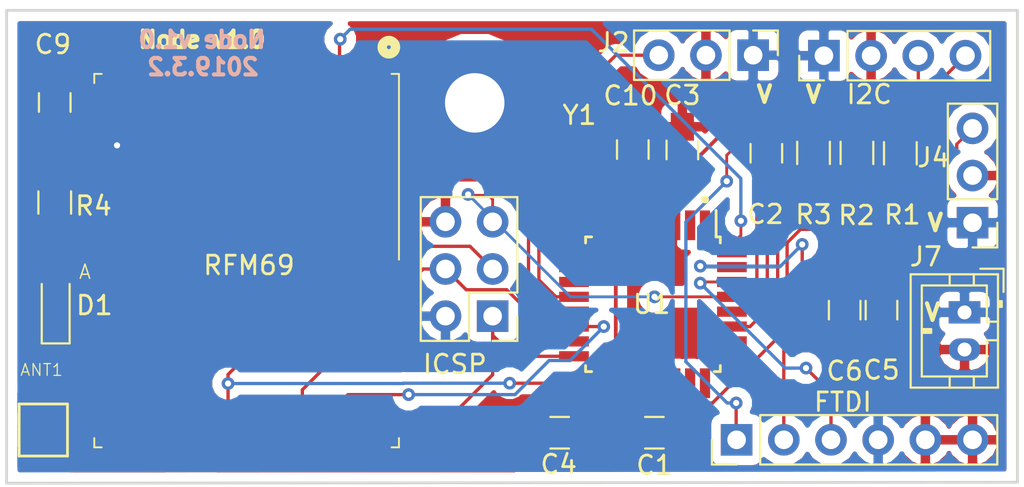
<source format=kicad_pcb>
(kicad_pcb (version 20171130) (host pcbnew "(5.0.2)-1")

  (general
    (thickness 1.6)
    (drawings 14)
    (tracks 243)
    (zones 0)
    (modules 24)
    (nets 39)
  )

  (page A4)
  (layers
    (0 F.Cu jumper hide)
    (31 B.Cu signal)
    (32 B.Adhes user)
    (33 F.Adhes user)
    (34 B.Paste user)
    (35 F.Paste user)
    (36 B.SilkS user)
    (37 F.SilkS user)
    (38 B.Mask user)
    (39 F.Mask user)
    (42 Eco1.User user)
    (43 Eco2.User user)
    (44 Edge.Cuts user)
    (45 Margin user)
    (46 B.CrtYd user)
    (47 F.CrtYd user)
    (48 B.Fab user)
    (49 F.Fab user hide)
  )

  (setup
    (last_trace_width 0.1778)
    (trace_clearance 0.1778)
    (zone_clearance 0.508)
    (zone_45_only no)
    (trace_min 0.1524)
    (segment_width 0.2)
    (edge_width 0.15)
    (via_size 0.6858)
    (via_drill 0.3302)
    (via_min_size 0.508)
    (via_min_drill 0.254)
    (uvia_size 0.6858)
    (uvia_drill 0.3302)
    (uvias_allowed no)
    (uvia_min_size 0.2)
    (uvia_min_drill 0.1)
    (pcb_text_width 0.3)
    (pcb_text_size 0.889 0.889)
    (mod_edge_width 0.15)
    (mod_text_size 1 1)
    (mod_text_width 0.1143)
    (pad_size 6.4 6.4)
    (pad_drill 3.2)
    (pad_to_mask_clearance 0.0508)
    (solder_mask_min_width 0.25)
    (aux_axis_origin 0 0)
    (visible_elements 7FFFFFFF)
    (pcbplotparams
      (layerselection 0x010f0_ffffffff)
      (usegerberextensions true)
      (usegerberattributes false)
      (usegerberadvancedattributes false)
      (creategerberjobfile false)
      (excludeedgelayer true)
      (linewidth 0.100000)
      (plotframeref false)
      (viasonmask false)
      (mode 1)
      (useauxorigin false)
      (hpglpennumber 1)
      (hpglpenspeed 20)
      (hpglpendiameter 15.000000)
      (psnegative false)
      (psa4output false)
      (plotreference true)
      (plotvalue false)
      (plotinvisibletext false)
      (padsonsilk false)
      (subtractmaskfromsilk false)
      (outputformat 1)
      (mirror false)
      (drillshape 0)
      (scaleselection 1)
      (outputdirectory "gerbers/"))
  )

  (net 0 "")
  (net 1 "Net-(C1-Pad2)")
  (net 2 GND)
  (net 3 /RST)
  (net 4 /DTR)
  (net 5 /RX)
  (net 6 /TX)
  (net 7 /D8)
  (net 8 /D9)
  (net 9 /A0)
  (net 10 /SCL)
  (net 11 /SDA)
  (net 12 /D2)
  (net 13 /SCK)
  (net 14 /MISO)
  (net 15 /MOSI)
  (net 16 /SS)
  (net 17 "Net-(D1-Pad2)")
  (net 18 /VCC)
  (net 19 "Net-(U1-Pad8)")
  (net 20 "Net-(U1-Pad7)")
  (net 21 "Net-(ANT1-Pad1)")
  (net 22 "Net-(U2-Pad1)")
  (net 23 "Net-(U2-Pad3)")
  (net 24 "Net-(U2-Pad4)")
  (net 25 "Net-(U2-Pad5)")
  (net 26 "Net-(U2-Pad6)")
  (net 27 "Net-(U2-Pad7)")
  (net 28 "Net-(U2-Pad16)")
  (net 29 "Net-(U1-Pad26)")
  (net 30 "Net-(U1-Pad25)")
  (net 31 "Net-(U1-Pad24)")
  (net 32 "Net-(U1-Pad22)")
  (net 33 "Net-(U1-Pad19)")
  (net 34 "Net-(U1-Pad11)")
  (net 35 "Net-(U1-Pad10)")
  (net 36 "Net-(U1-Pad9)")
  (net 37 "Net-(U1-Pad2)")
  (net 38 "Net-(U1-Pad1)")

  (net_class Default "This is the default net class."
    (clearance 0.1778)
    (trace_width 0.1778)
    (via_dia 0.6858)
    (via_drill 0.3302)
    (uvia_dia 0.6858)
    (uvia_drill 0.3302)
    (add_net /A0)
    (add_net /D2)
    (add_net /D8)
    (add_net /D9)
    (add_net /DTR)
    (add_net /MISO)
    (add_net /MOSI)
    (add_net /RST)
    (add_net /RX)
    (add_net /SCK)
    (add_net /SCL)
    (add_net /SDA)
    (add_net /SS)
    (add_net /TX)
    (add_net "Net-(ANT1-Pad1)")
    (add_net "Net-(C1-Pad2)")
    (add_net "Net-(D1-Pad2)")
    (add_net "Net-(U1-Pad1)")
    (add_net "Net-(U1-Pad10)")
    (add_net "Net-(U1-Pad11)")
    (add_net "Net-(U1-Pad19)")
    (add_net "Net-(U1-Pad2)")
    (add_net "Net-(U1-Pad22)")
    (add_net "Net-(U1-Pad24)")
    (add_net "Net-(U1-Pad25)")
    (add_net "Net-(U1-Pad26)")
    (add_net "Net-(U1-Pad7)")
    (add_net "Net-(U1-Pad8)")
    (add_net "Net-(U1-Pad9)")
    (add_net "Net-(U2-Pad1)")
    (add_net "Net-(U2-Pad16)")
    (add_net "Net-(U2-Pad3)")
    (add_net "Net-(U2-Pad4)")
    (add_net "Net-(U2-Pad5)")
    (add_net "Net-(U2-Pad6)")
    (add_net "Net-(U2-Pad7)")
  )

  (net_class VCC ""
    (clearance 0.2032)
    (trace_width 0.2032)
    (via_dia 0.6858)
    (via_drill 0.3302)
    (uvia_dia 0.6858)
    (uvia_drill 0.3302)
    (add_net /VCC)
    (add_net GND)
  )

  (module Mounting_Holes:MountingHole_3.2mm_M3_Pad (layer F.Cu) (tedit 5C7A834F) (tstamp 5C78058C)
    (at 151.384 90.5764)
    (descr "Mounting Hole 3.2mm, M3")
    (tags "mounting hole 3.2mm m3")
    (attr virtual)
    (fp_text reference REF** (at -0.381 -6.477) (layer F.SilkS) hide
      (effects (font (size 1 1) (thickness 0.15)))
    )
    (fp_text value MountingHole_3.2mm_M3_Pad (at 0 4.2) (layer F.Fab)
      (effects (font (size 1 1) (thickness 0.15)))
    )
    (fp_text user %R (at 0.3 0) (layer F.Fab)
      (effects (font (size 1 1) (thickness 0.15)))
    )
    (fp_circle (center 0 0) (end 3.2 0) (layer Cmts.User) (width 0.15))
    (fp_circle (center 0 0) (end 3.45 0) (layer F.CrtYd) (width 0.05))
    (pad "" thru_hole circle (at 0 0) (size 6.4 6.4) (drill 3.2) (layers *.Mask F.Cu))
  )

  (module Housings_QFP:TQFP-32_7x7mm_Pitch0.8mm (layer F.Cu) (tedit 58CC9A48) (tstamp 5C77FB5D)
    (at 160.977 101.416 270)
    (descr "32-Lead Plastic Thin Quad Flatpack (PT) - 7x7x1.0 mm Body, 2.00 mm [TQFP] (see Microchip Packaging Specification 00000049BS.pdf)")
    (tags "QFP 0.8")
    (path /5C70A867)
    (attr smd)
    (fp_text reference U1 (at 0 0.068) (layer F.SilkS)
      (effects (font (size 1 1) (thickness 0.15)))
    )
    (fp_text value ATmega328P-AU (at 0 6.05 270) (layer F.Fab)
      (effects (font (size 1 1) (thickness 0.15)))
    )
    (fp_line (start -3.625 -3.4) (end -5.05 -3.4) (layer F.SilkS) (width 0.15))
    (fp_line (start 3.625 -3.625) (end 3.3 -3.625) (layer F.SilkS) (width 0.15))
    (fp_line (start 3.625 3.625) (end 3.3 3.625) (layer F.SilkS) (width 0.15))
    (fp_line (start -3.625 3.625) (end -3.3 3.625) (layer F.SilkS) (width 0.15))
    (fp_line (start -3.625 -3.625) (end -3.3 -3.625) (layer F.SilkS) (width 0.15))
    (fp_line (start -3.625 3.625) (end -3.625 3.3) (layer F.SilkS) (width 0.15))
    (fp_line (start 3.625 3.625) (end 3.625 3.3) (layer F.SilkS) (width 0.15))
    (fp_line (start 3.625 -3.625) (end 3.625 -3.3) (layer F.SilkS) (width 0.15))
    (fp_line (start -3.625 -3.625) (end -3.625 -3.4) (layer F.SilkS) (width 0.15))
    (fp_line (start -5.3 5.3) (end 5.3 5.3) (layer F.CrtYd) (width 0.05))
    (fp_line (start -5.3 -5.3) (end 5.3 -5.3) (layer F.CrtYd) (width 0.05))
    (fp_line (start 5.3 -5.3) (end 5.3 5.3) (layer F.CrtYd) (width 0.05))
    (fp_line (start -5.3 -5.3) (end -5.3 5.3) (layer F.CrtYd) (width 0.05))
    (fp_line (start -3.5 -2.5) (end -2.5 -3.5) (layer F.Fab) (width 0.15))
    (fp_line (start -3.5 3.5) (end -3.5 -2.5) (layer F.Fab) (width 0.15))
    (fp_line (start 3.5 3.5) (end -3.5 3.5) (layer F.Fab) (width 0.15))
    (fp_line (start 3.5 -3.5) (end 3.5 3.5) (layer F.Fab) (width 0.15))
    (fp_line (start -2.5 -3.5) (end 3.5 -3.5) (layer F.Fab) (width 0.15))
    (fp_text user %R (at 0 0 270) (layer F.Fab)
      (effects (font (size 1 1) (thickness 0.15)))
    )
    (pad 32 smd rect (at -2.8 -4.25) (size 1.6 0.55) (layers F.Cu F.Paste F.Mask)
      (net 12 /D2))
    (pad 31 smd rect (at -2 -4.25) (size 1.6 0.55) (layers F.Cu F.Paste F.Mask)
      (net 6 /TX))
    (pad 30 smd rect (at -1.2 -4.25) (size 1.6 0.55) (layers F.Cu F.Paste F.Mask)
      (net 5 /RX))
    (pad 29 smd rect (at -0.4 -4.25) (size 1.6 0.55) (layers F.Cu F.Paste F.Mask)
      (net 3 /RST))
    (pad 28 smd rect (at 0.4 -4.25) (size 1.6 0.55) (layers F.Cu F.Paste F.Mask)
      (net 10 /SCL))
    (pad 27 smd rect (at 1.2 -4.25) (size 1.6 0.55) (layers F.Cu F.Paste F.Mask)
      (net 11 /SDA))
    (pad 26 smd rect (at 2 -4.25) (size 1.6 0.55) (layers F.Cu F.Paste F.Mask)
      (net 29 "Net-(U1-Pad26)"))
    (pad 25 smd rect (at 2.8 -4.25) (size 1.6 0.55) (layers F.Cu F.Paste F.Mask)
      (net 30 "Net-(U1-Pad25)"))
    (pad 24 smd rect (at 4.25 -2.8 270) (size 1.6 0.55) (layers F.Cu F.Paste F.Mask)
      (net 31 "Net-(U1-Pad24)"))
    (pad 23 smd rect (at 4.25 -2 270) (size 1.6 0.55) (layers F.Cu F.Paste F.Mask)
      (net 9 /A0))
    (pad 22 smd rect (at 4.25 -1.2 270) (size 1.6 0.55) (layers F.Cu F.Paste F.Mask)
      (net 32 "Net-(U1-Pad22)"))
    (pad 21 smd rect (at 4.25 -0.4 270) (size 1.6 0.55) (layers F.Cu F.Paste F.Mask)
      (net 2 GND))
    (pad 20 smd rect (at 4.25 0.4 270) (size 1.6 0.55) (layers F.Cu F.Paste F.Mask)
      (net 1 "Net-(C1-Pad2)"))
    (pad 19 smd rect (at 4.25 1.2 270) (size 1.6 0.55) (layers F.Cu F.Paste F.Mask)
      (net 33 "Net-(U1-Pad19)"))
    (pad 18 smd rect (at 4.25 2 270) (size 1.6 0.55) (layers F.Cu F.Paste F.Mask)
      (net 18 /VCC))
    (pad 17 smd rect (at 4.25 2.8 270) (size 1.6 0.55) (layers F.Cu F.Paste F.Mask)
      (net 13 /SCK))
    (pad 16 smd rect (at 2.8 4.25) (size 1.6 0.55) (layers F.Cu F.Paste F.Mask)
      (net 14 /MISO))
    (pad 15 smd rect (at 2 4.25) (size 1.6 0.55) (layers F.Cu F.Paste F.Mask)
      (net 15 /MOSI))
    (pad 14 smd rect (at 1.2 4.25) (size 1.6 0.55) (layers F.Cu F.Paste F.Mask)
      (net 16 /SS))
    (pad 13 smd rect (at 0.4 4.25) (size 1.6 0.55) (layers F.Cu F.Paste F.Mask)
      (net 8 /D9))
    (pad 12 smd rect (at -0.4 4.25) (size 1.6 0.55) (layers F.Cu F.Paste F.Mask)
      (net 7 /D8))
    (pad 11 smd rect (at -1.2 4.25) (size 1.6 0.55) (layers F.Cu F.Paste F.Mask)
      (net 34 "Net-(U1-Pad11)"))
    (pad 10 smd rect (at -2 4.25) (size 1.6 0.55) (layers F.Cu F.Paste F.Mask)
      (net 35 "Net-(U1-Pad10)"))
    (pad 9 smd rect (at -2.8 4.25) (size 1.6 0.55) (layers F.Cu F.Paste F.Mask)
      (net 36 "Net-(U1-Pad9)"))
    (pad 8 smd rect (at -4.25 2.8 270) (size 1.6 0.55) (layers F.Cu F.Paste F.Mask)
      (net 19 "Net-(U1-Pad8)"))
    (pad 7 smd rect (at -4.25 2 270) (size 1.6 0.55) (layers F.Cu F.Paste F.Mask)
      (net 20 "Net-(U1-Pad7)"))
    (pad 6 smd rect (at -4.25 1.2 270) (size 1.6 0.55) (layers F.Cu F.Paste F.Mask)
      (net 18 /VCC))
    (pad 5 smd rect (at -4.25 0.4 270) (size 1.6 0.55) (layers F.Cu F.Paste F.Mask)
      (net 2 GND))
    (pad 4 smd rect (at -4.25 -0.4 270) (size 1.6 0.55) (layers F.Cu F.Paste F.Mask)
      (net 18 /VCC))
    (pad 3 smd rect (at -4.25 -1.2 270) (size 1.6 0.55) (layers F.Cu F.Paste F.Mask)
      (net 2 GND))
    (pad 2 smd rect (at -4.25 -2 270) (size 1.6 0.55) (layers F.Cu F.Paste F.Mask)
      (net 37 "Net-(U1-Pad2)"))
    (pad 1 smd rect (at -4.25 -2.8 270) (size 1.6 0.55) (layers F.Cu F.Paste F.Mask)
      (net 38 "Net-(U1-Pad1)"))
    (model ${KISYS3DMOD}/Housings_QFP.3dshapes/TQFP-32_7x7mm_Pitch0.8mm.wrl
      (at (xyz 0 0 0))
      (scale (xyz 1 1 1))
      (rotate (xyz 0 0 0))
    )
  )

  (module Capacitors_SMD:C_0805_HandSoldering (layer F.Cu) (tedit 58AA84A8) (tstamp 5C753FAA)
    (at 128.778 90.5564 270)
    (descr "Capacitor SMD 0805, hand soldering")
    (tags "capacitor 0805")
    (path /5C7DCD01)
    (attr smd)
    (fp_text reference C9 (at -3.1296 0.1016) (layer F.SilkS)
      (effects (font (size 1 1) (thickness 0.15)))
    )
    (fp_text value 0.1uf (at 0 1.75 270) (layer F.Fab)
      (effects (font (size 1 1) (thickness 0.15)))
    )
    (fp_line (start 2.25 0.87) (end -2.25 0.87) (layer F.CrtYd) (width 0.05))
    (fp_line (start 2.25 0.87) (end 2.25 -0.88) (layer F.CrtYd) (width 0.05))
    (fp_line (start -2.25 -0.88) (end -2.25 0.87) (layer F.CrtYd) (width 0.05))
    (fp_line (start -2.25 -0.88) (end 2.25 -0.88) (layer F.CrtYd) (width 0.05))
    (fp_line (start -0.5 0.85) (end 0.5 0.85) (layer F.SilkS) (width 0.12))
    (fp_line (start 0.5 -0.85) (end -0.5 -0.85) (layer F.SilkS) (width 0.12))
    (fp_line (start -1 -0.62) (end 1 -0.62) (layer F.Fab) (width 0.1))
    (fp_line (start 1 -0.62) (end 1 0.62) (layer F.Fab) (width 0.1))
    (fp_line (start 1 0.62) (end -1 0.62) (layer F.Fab) (width 0.1))
    (fp_line (start -1 0.62) (end -1 -0.62) (layer F.Fab) (width 0.1))
    (fp_text user %R (at 0 -1.75 270) (layer F.Fab)
      (effects (font (size 1 1) (thickness 0.15)))
    )
    (pad 2 smd rect (at 1.25 0 270) (size 1.5 1.25) (layers F.Cu F.Paste F.Mask)
      (net 18 /VCC))
    (pad 1 smd rect (at -1.25 0 270) (size 1.5 1.25) (layers F.Cu F.Paste F.Mask)
      (net 2 GND))
    (model Capacitors_SMD.3dshapes/C_0805.wrl
      (at (xyz 0 0 0))
      (scale (xyz 1 1 1))
      (rotate (xyz 0 0 0))
    )
  )

  (module Pin_Headers:Pin_Header_Straight_1x04_Pitch2.54mm (layer F.Cu) (tedit 5C77E48F) (tstamp 5C77FAD0)
    (at 170.18 88.0364 90)
    (descr "Through hole straight pin header, 1x04, 2.54mm pitch, single row")
    (tags "Through hole pin header THT 1x04 2.54mm single row")
    (path /5C72E854)
    (fp_text reference I2C (at -2.0828 2.4384 180) (layer F.SilkS)
      (effects (font (size 1 1) (thickness 0.15)))
    )
    (fp_text value "I2C Bus" (at 0 9.95 90) (layer F.Fab)
      (effects (font (size 1 1) (thickness 0.15)))
    )
    (fp_text user %R (at 0 3.81 180) (layer F.Fab)
      (effects (font (size 1 1) (thickness 0.15)))
    )
    (fp_line (start 1.8 -1.8) (end -1.8 -1.8) (layer F.CrtYd) (width 0.05))
    (fp_line (start 1.8 9.4) (end 1.8 -1.8) (layer F.CrtYd) (width 0.05))
    (fp_line (start -1.8 9.4) (end 1.8 9.4) (layer F.CrtYd) (width 0.05))
    (fp_line (start -1.8 -1.8) (end -1.8 9.4) (layer F.CrtYd) (width 0.05))
    (fp_line (start -1.33 -1.33) (end 0 -1.33) (layer F.SilkS) (width 0.12))
    (fp_line (start -1.33 0) (end -1.33 -1.33) (layer F.SilkS) (width 0.12))
    (fp_line (start -1.33 1.27) (end 1.33 1.27) (layer F.SilkS) (width 0.12))
    (fp_line (start 1.33 1.27) (end 1.33 8.95) (layer F.SilkS) (width 0.12))
    (fp_line (start -1.33 1.27) (end -1.33 8.95) (layer F.SilkS) (width 0.12))
    (fp_line (start -1.33 8.95) (end 1.33 8.95) (layer F.SilkS) (width 0.12))
    (fp_line (start -1.27 -0.635) (end -0.635 -1.27) (layer F.Fab) (width 0.1))
    (fp_line (start -1.27 8.89) (end -1.27 -0.635) (layer F.Fab) (width 0.1))
    (fp_line (start 1.27 8.89) (end -1.27 8.89) (layer F.Fab) (width 0.1))
    (fp_line (start 1.27 -1.27) (end 1.27 8.89) (layer F.Fab) (width 0.1))
    (fp_line (start -0.635 -1.27) (end 1.27 -1.27) (layer F.Fab) (width 0.1))
    (pad 4 thru_hole oval (at 0 7.62 90) (size 1.7 1.7) (drill 1) (layers *.Cu *.Mask)
      (net 11 /SDA))
    (pad 3 thru_hole oval (at 0 5.08 90) (size 1.7 1.7) (drill 1) (layers *.Cu *.Mask)
      (net 10 /SCL))
    (pad 2 thru_hole oval (at 0 2.54 90) (size 1.7 1.7) (drill 1) (layers *.Cu *.Mask)
      (net 2 GND))
    (pad 1 thru_hole rect (at 0 0 90) (size 1.7 1.7) (drill 1) (layers *.Cu *.Mask)
      (net 18 /VCC))
    (model ${KISYS3DMOD}/Pin_Headers.3dshapes/Pin_Header_Straight_1x04_Pitch2.54mm.wrl
      (at (xyz 0 0 0))
      (scale (xyz 1 1 1))
      (rotate (xyz 0 0 0))
    )
  )

  (module Connectors_JST:JST_PH_B2B-PH-K_02x2.00mm_Straight (layer F.Cu) (tedit 58D3FE4F) (tstamp 5C77FB87)
    (at 177.7492 101.854 270)
    (descr "JST PH series connector, B2B-PH-K, top entry type, through hole, Datasheet: http://www.jst-mfg.com/product/pdf/eng/ePH.pdf")
    (tags "connector jst ph")
    (path /5C79CBC4)
    (fp_text reference J7 (at -2.9972 2.0828) (layer F.SilkS)
      (effects (font (size 1 1) (thickness 0.15)))
    )
    (fp_text value "Power Connector" (at 1 3.8 270) (layer F.Fab)
      (effects (font (size 1 1) (thickness 0.15)))
    )
    (fp_text user %R (at 1 1.5 270) (layer F.Fab)
      (effects (font (size 1 1) (thickness 0.15)))
    )
    (fp_line (start 4.45 -2.2) (end -2.45 -2.2) (layer F.CrtYd) (width 0.05))
    (fp_line (start 4.45 3.3) (end 4.45 -2.2) (layer F.CrtYd) (width 0.05))
    (fp_line (start -2.45 3.3) (end 4.45 3.3) (layer F.CrtYd) (width 0.05))
    (fp_line (start -2.45 -2.2) (end -2.45 3.3) (layer F.CrtYd) (width 0.05))
    (fp_line (start 3.95 -1.7) (end -1.95 -1.7) (layer F.Fab) (width 0.1))
    (fp_line (start 3.95 2.8) (end 3.95 -1.7) (layer F.Fab) (width 0.1))
    (fp_line (start -1.95 2.8) (end 3.95 2.8) (layer F.Fab) (width 0.1))
    (fp_line (start -1.95 -1.7) (end -1.95 2.8) (layer F.Fab) (width 0.1))
    (fp_line (start -2.35 -2.1) (end -2.35 -0.85) (layer F.Fab) (width 0.1))
    (fp_line (start -1.1 -2.1) (end -2.35 -2.1) (layer F.Fab) (width 0.1))
    (fp_line (start -2.35 -2.1) (end -2.35 -0.85) (layer F.SilkS) (width 0.12))
    (fp_line (start -1.1 -2.1) (end -2.35 -2.1) (layer F.SilkS) (width 0.12))
    (fp_line (start 1 2.3) (end 1 1.8) (layer F.SilkS) (width 0.12))
    (fp_line (start 1.1 1.8) (end 1.1 2.3) (layer F.SilkS) (width 0.12))
    (fp_line (start 0.9 1.8) (end 1.1 1.8) (layer F.SilkS) (width 0.12))
    (fp_line (start 0.9 2.3) (end 0.9 1.8) (layer F.SilkS) (width 0.12))
    (fp_line (start -0.3 -1.9) (end -0.6 -1.9) (layer F.SilkS) (width 0.12))
    (fp_line (start -0.6 -2) (end -0.6 -1.8) (layer F.SilkS) (width 0.12))
    (fp_line (start -0.3 -2) (end -0.6 -2) (layer F.SilkS) (width 0.12))
    (fp_line (start -0.3 -1.8) (end -0.3 -2) (layer F.SilkS) (width 0.12))
    (fp_line (start 4.05 0.8) (end 3.45 0.8) (layer F.SilkS) (width 0.12))
    (fp_line (start 4.05 -0.5) (end 3.45 -0.5) (layer F.SilkS) (width 0.12))
    (fp_line (start -2.05 0.8) (end -1.45 0.8) (layer F.SilkS) (width 0.12))
    (fp_line (start -2.05 -0.5) (end -1.45 -0.5) (layer F.SilkS) (width 0.12))
    (fp_line (start 1.5 -1.2) (end 1.5 -1.8) (layer F.SilkS) (width 0.12))
    (fp_line (start 3.45 -1.2) (end 1.5 -1.2) (layer F.SilkS) (width 0.12))
    (fp_line (start 3.45 2.3) (end 3.45 -1.2) (layer F.SilkS) (width 0.12))
    (fp_line (start -1.45 2.3) (end 3.45 2.3) (layer F.SilkS) (width 0.12))
    (fp_line (start -1.45 -1.2) (end -1.45 2.3) (layer F.SilkS) (width 0.12))
    (fp_line (start 0.5 -1.2) (end -1.45 -1.2) (layer F.SilkS) (width 0.12))
    (fp_line (start 0.5 -1.8) (end 0.5 -1.2) (layer F.SilkS) (width 0.12))
    (fp_line (start 4.05 -1.8) (end -2.05 -1.8) (layer F.SilkS) (width 0.12))
    (fp_line (start 4.05 2.9) (end 4.05 -1.8) (layer F.SilkS) (width 0.12))
    (fp_line (start -2.05 2.9) (end 4.05 2.9) (layer F.SilkS) (width 0.12))
    (fp_line (start -2.05 -1.8) (end -2.05 2.9) (layer F.SilkS) (width 0.12))
    (pad 2 thru_hole oval (at 2 0 270) (size 1.2 1.7) (drill 0.75) (layers *.Cu *.Mask)
      (net 2 GND))
    (pad 1 thru_hole rect (at 0 0 270) (size 1.2 1.7) (drill 0.75) (layers *.Cu *.Mask)
      (net 18 /VCC))
    (model ${KISYS3DMOD}/Connectors_JST.3dshapes/JST_PH_B2B-PH-K_02x2.00mm_Straight.wrl
      (at (xyz 0 0 0))
      (scale (xyz 1 1 1))
      (rotate (xyz 0 0 0))
    )
  )

  (module Pin_Headers:Pin_Header_Straight_1x03_Pitch2.54mm (layer F.Cu) (tedit 59650532) (tstamp 5C77FAFE)
    (at 178.181 97.028 180)
    (descr "Through hole straight pin header, 1x03, 2.54mm pitch, single row")
    (tags "Through hole pin header THT 1x03 2.54mm single row")
    (path /5C729BC5)
    (fp_text reference J4 (at 2.1082 3.5052 180) (layer F.SilkS)
      (effects (font (size 1 1) (thickness 0.15)))
    )
    (fp_text value "Analog Connector" (at 0 7.41 180) (layer F.Fab)
      (effects (font (size 1 1) (thickness 0.15)))
    )
    (fp_line (start -0.635 -1.27) (end 1.27 -1.27) (layer F.Fab) (width 0.1))
    (fp_line (start 1.27 -1.27) (end 1.27 6.35) (layer F.Fab) (width 0.1))
    (fp_line (start 1.27 6.35) (end -1.27 6.35) (layer F.Fab) (width 0.1))
    (fp_line (start -1.27 6.35) (end -1.27 -0.635) (layer F.Fab) (width 0.1))
    (fp_line (start -1.27 -0.635) (end -0.635 -1.27) (layer F.Fab) (width 0.1))
    (fp_line (start -1.33 6.41) (end 1.33 6.41) (layer F.SilkS) (width 0.12))
    (fp_line (start -1.33 1.27) (end -1.33 6.41) (layer F.SilkS) (width 0.12))
    (fp_line (start 1.33 1.27) (end 1.33 6.41) (layer F.SilkS) (width 0.12))
    (fp_line (start -1.33 1.27) (end 1.33 1.27) (layer F.SilkS) (width 0.12))
    (fp_line (start -1.33 0) (end -1.33 -1.33) (layer F.SilkS) (width 0.12))
    (fp_line (start -1.33 -1.33) (end 0 -1.33) (layer F.SilkS) (width 0.12))
    (fp_line (start -1.8 -1.8) (end -1.8 6.85) (layer F.CrtYd) (width 0.05))
    (fp_line (start -1.8 6.85) (end 1.8 6.85) (layer F.CrtYd) (width 0.05))
    (fp_line (start 1.8 6.85) (end 1.8 -1.8) (layer F.CrtYd) (width 0.05))
    (fp_line (start 1.8 -1.8) (end -1.8 -1.8) (layer F.CrtYd) (width 0.05))
    (fp_text user %R (at 0 2.54 270) (layer F.Fab)
      (effects (font (size 1 1) (thickness 0.15)))
    )
    (pad 1 thru_hole rect (at 0 0 180) (size 1.7 1.7) (drill 1) (layers *.Cu *.Mask)
      (net 18 /VCC))
    (pad 2 thru_hole oval (at 0 2.54 180) (size 1.7 1.7) (drill 1) (layers *.Cu *.Mask)
      (net 2 GND))
    (pad 3 thru_hole oval (at 0 5.08 180) (size 1.7 1.7) (drill 1) (layers *.Cu *.Mask)
      (net 9 /A0))
    (model ${KISYS3DMOD}/Pin_Headers.3dshapes/Pin_Header_Straight_1x03_Pitch2.54mm.wrl
      (at (xyz 0 0 0))
      (scale (xyz 1 1 1))
      (rotate (xyz 0 0 0))
    )
  )

  (module Pin_Headers:Pin_Header_Straight_1x03_Pitch2.54mm (layer F.Cu) (tedit 59650532) (tstamp 5C77FAE7)
    (at 166.37 88.011 270)
    (descr "Through hole straight pin header, 1x03, 2.54mm pitch, single row")
    (tags "Through hole pin header THT 1x03 2.54mm single row")
    (path /5C71D383)
    (fp_text reference J2 (at -0.6858 7.5184) (layer F.SilkS)
      (effects (font (size 1 1) (thickness 0.15)))
    )
    (fp_text value "Digital Connector" (at 0 7.41 270) (layer F.Fab)
      (effects (font (size 1 1) (thickness 0.15)))
    )
    (fp_text user %R (at 0 2.54) (layer F.Fab)
      (effects (font (size 1 1) (thickness 0.15)))
    )
    (fp_line (start 1.8 -1.8) (end -1.8 -1.8) (layer F.CrtYd) (width 0.05))
    (fp_line (start 1.8 6.85) (end 1.8 -1.8) (layer F.CrtYd) (width 0.05))
    (fp_line (start -1.8 6.85) (end 1.8 6.85) (layer F.CrtYd) (width 0.05))
    (fp_line (start -1.8 -1.8) (end -1.8 6.85) (layer F.CrtYd) (width 0.05))
    (fp_line (start -1.33 -1.33) (end 0 -1.33) (layer F.SilkS) (width 0.12))
    (fp_line (start -1.33 0) (end -1.33 -1.33) (layer F.SilkS) (width 0.12))
    (fp_line (start -1.33 1.27) (end 1.33 1.27) (layer F.SilkS) (width 0.12))
    (fp_line (start 1.33 1.27) (end 1.33 6.41) (layer F.SilkS) (width 0.12))
    (fp_line (start -1.33 1.27) (end -1.33 6.41) (layer F.SilkS) (width 0.12))
    (fp_line (start -1.33 6.41) (end 1.33 6.41) (layer F.SilkS) (width 0.12))
    (fp_line (start -1.27 -0.635) (end -0.635 -1.27) (layer F.Fab) (width 0.1))
    (fp_line (start -1.27 6.35) (end -1.27 -0.635) (layer F.Fab) (width 0.1))
    (fp_line (start 1.27 6.35) (end -1.27 6.35) (layer F.Fab) (width 0.1))
    (fp_line (start 1.27 -1.27) (end 1.27 6.35) (layer F.Fab) (width 0.1))
    (fp_line (start -0.635 -1.27) (end 1.27 -1.27) (layer F.Fab) (width 0.1))
    (pad 3 thru_hole oval (at 0 5.08 270) (size 1.7 1.7) (drill 1) (layers *.Cu *.Mask)
      (net 7 /D8))
    (pad 2 thru_hole oval (at 0 2.54 270) (size 1.7 1.7) (drill 1) (layers *.Cu *.Mask)
      (net 2 GND))
    (pad 1 thru_hole rect (at 0 0 270) (size 1.7 1.7) (drill 1) (layers *.Cu *.Mask)
      (net 18 /VCC))
    (model ${KISYS3DMOD}/Pin_Headers.3dshapes/Pin_Header_Straight_1x03_Pitch2.54mm.wrl
      (at (xyz 0 0 0))
      (scale (xyz 1 1 1))
      (rotate (xyz 0 0 0))
    )
  )

  (module Pin_Headers:Pin_Header_Straight_1x06_Pitch2.54mm (layer F.Cu) (tedit 5C7A831A) (tstamp 5C77FAB8)
    (at 165.481 108.712 90)
    (descr "Through hole straight pin header, 1x06, 2.54mm pitch, single row")
    (tags "Through hole pin header THT 1x06 2.54mm single row")
    (path /5C718A87)
    (fp_text reference FTDI (at 2.032 5.715 180) (layer F.SilkS)
      (effects (font (size 1 1) (thickness 0.15)))
    )
    (fp_text value FTDI (at 0 15.03 90) (layer F.Fab)
      (effects (font (size 1 1) (thickness 0.15)))
    )
    (fp_text user %R (at 0 6.35 180) (layer F.Fab)
      (effects (font (size 1 1) (thickness 0.15)))
    )
    (fp_line (start 1.8 -1.8) (end -1.8 -1.8) (layer F.CrtYd) (width 0.05))
    (fp_line (start 1.8 14.5) (end 1.8 -1.8) (layer F.CrtYd) (width 0.05))
    (fp_line (start -1.8 14.5) (end 1.8 14.5) (layer F.CrtYd) (width 0.05))
    (fp_line (start -1.8 -1.8) (end -1.8 14.5) (layer F.CrtYd) (width 0.05))
    (fp_line (start -1.33 -1.33) (end 0 -1.33) (layer F.SilkS) (width 0.12))
    (fp_line (start -1.33 0) (end -1.33 -1.33) (layer F.SilkS) (width 0.12))
    (fp_line (start -1.33 1.27) (end 1.33 1.27) (layer F.SilkS) (width 0.12))
    (fp_line (start 1.33 1.27) (end 1.33 14.03) (layer F.SilkS) (width 0.12))
    (fp_line (start -1.33 1.27) (end -1.33 14.03) (layer F.SilkS) (width 0.12))
    (fp_line (start -1.33 14.03) (end 1.33 14.03) (layer F.SilkS) (width 0.12))
    (fp_line (start -1.27 -0.635) (end -0.635 -1.27) (layer F.Fab) (width 0.1))
    (fp_line (start -1.27 13.97) (end -1.27 -0.635) (layer F.Fab) (width 0.1))
    (fp_line (start 1.27 13.97) (end -1.27 13.97) (layer F.Fab) (width 0.1))
    (fp_line (start 1.27 -1.27) (end 1.27 13.97) (layer F.Fab) (width 0.1))
    (fp_line (start -0.635 -1.27) (end 1.27 -1.27) (layer F.Fab) (width 0.1))
    (pad 6 thru_hole oval (at 0 12.7 90) (size 1.7 1.7) (drill 1) (layers *.Cu *.Mask)
      (net 2 GND))
    (pad 5 thru_hole oval (at 0 10.16 90) (size 1.7 1.7) (drill 1) (layers *.Cu *.Mask)
      (net 2 GND))
    (pad 4 thru_hole oval (at 0 7.62 90) (size 1.7 1.7) (drill 1) (layers *.Cu *.Mask)
      (net 18 /VCC))
    (pad 3 thru_hole oval (at 0 5.08 90) (size 1.7 1.7) (drill 1) (layers *.Cu *.Mask)
      (net 5 /RX))
    (pad 2 thru_hole oval (at 0 2.54 90) (size 1.7 1.7) (drill 1) (layers *.Cu *.Mask)
      (net 6 /TX))
    (pad 1 thru_hole rect (at 0 0 90) (size 1.7 1.7) (drill 1) (layers *.Cu *.Mask)
      (net 4 /DTR))
    (model ${KISYS3DMOD}/Pin_Headers.3dshapes/Pin_Header_Straight_1x06_Pitch2.54mm.wrl
      (at (xyz 0 0 0))
      (scale (xyz 1 1 1))
      (rotate (xyz 0 0 0))
    )
  )

  (module Pin_Headers:Pin_Header_Straight_2x03_Pitch2.54mm (layer F.Cu) (tedit 5C7A8315) (tstamp 5C77FA9E)
    (at 152.3492 102.0572 180)
    (descr "Through hole straight pin header, 2x03, 2.54mm pitch, double rows")
    (tags "Through hole pin header THT 2x03 2.54mm double row")
    (path /5C7B6CC0)
    (fp_text reference ICSP (at 2.032 -2.5908) (layer F.SilkS)
      (effects (font (size 1 1) (thickness 0.15)))
    )
    (fp_text value ICSP (at 1.27 7.41 180) (layer F.Fab)
      (effects (font (size 1 1) (thickness 0.15)))
    )
    (fp_text user %R (at 1.27 2.54 270) (layer F.Fab)
      (effects (font (size 1 1) (thickness 0.15)))
    )
    (fp_line (start 4.35 -1.8) (end -1.8 -1.8) (layer F.CrtYd) (width 0.05))
    (fp_line (start 4.35 6.85) (end 4.35 -1.8) (layer F.CrtYd) (width 0.05))
    (fp_line (start -1.8 6.85) (end 4.35 6.85) (layer F.CrtYd) (width 0.05))
    (fp_line (start -1.8 -1.8) (end -1.8 6.85) (layer F.CrtYd) (width 0.05))
    (fp_line (start -1.33 -1.33) (end 0 -1.33) (layer F.SilkS) (width 0.12))
    (fp_line (start -1.33 0) (end -1.33 -1.33) (layer F.SilkS) (width 0.12))
    (fp_line (start 1.27 -1.33) (end 3.87 -1.33) (layer F.SilkS) (width 0.12))
    (fp_line (start 1.27 1.27) (end 1.27 -1.33) (layer F.SilkS) (width 0.12))
    (fp_line (start -1.33 1.27) (end 1.27 1.27) (layer F.SilkS) (width 0.12))
    (fp_line (start 3.87 -1.33) (end 3.87 6.41) (layer F.SilkS) (width 0.12))
    (fp_line (start -1.33 1.27) (end -1.33 6.41) (layer F.SilkS) (width 0.12))
    (fp_line (start -1.33 6.41) (end 3.87 6.41) (layer F.SilkS) (width 0.12))
    (fp_line (start -1.27 0) (end 0 -1.27) (layer F.Fab) (width 0.1))
    (fp_line (start -1.27 6.35) (end -1.27 0) (layer F.Fab) (width 0.1))
    (fp_line (start 3.81 6.35) (end -1.27 6.35) (layer F.Fab) (width 0.1))
    (fp_line (start 3.81 -1.27) (end 3.81 6.35) (layer F.Fab) (width 0.1))
    (fp_line (start 0 -1.27) (end 3.81 -1.27) (layer F.Fab) (width 0.1))
    (pad 6 thru_hole oval (at 2.54 5.08 180) (size 1.7 1.7) (drill 1) (layers *.Cu *.Mask)
      (net 2 GND))
    (pad 5 thru_hole oval (at 0 5.08 180) (size 1.7 1.7) (drill 1) (layers *.Cu *.Mask)
      (net 3 /RST))
    (pad 4 thru_hole oval (at 2.54 2.54 180) (size 1.7 1.7) (drill 1) (layers *.Cu *.Mask)
      (net 15 /MOSI))
    (pad 3 thru_hole oval (at 0 2.54 180) (size 1.7 1.7) (drill 1) (layers *.Cu *.Mask)
      (net 13 /SCK))
    (pad 2 thru_hole oval (at 2.54 0 180) (size 1.7 1.7) (drill 1) (layers *.Cu *.Mask)
      (net 18 /VCC))
    (pad 1 thru_hole rect (at 0 0 180) (size 1.7 1.7) (drill 1) (layers *.Cu *.Mask)
      (net 14 /MISO))
    (model ${KISYS3DMOD}/Pin_Headers.3dshapes/Pin_Header_Straight_2x03_Pitch2.54mm.wrl
      (at (xyz 0 0 0))
      (scale (xyz 1 1 1))
      (rotate (xyz 0 0 0))
    )
  )

  (module RF_Modules:HOPERF-RFM69HW (layer F.Cu) (tedit 5C7A8364) (tstamp 5C77FA82)
    (at 139.1064 99.0668 270)
    (descr "Radio, RF, Module, http://www.hoperf.com/upload/rf/RFM69HW-V1.3.pdf")
    (tags "Radio RF Module")
    (path /5C70A6C6)
    (attr smd)
    (fp_text reference RFM69 (at 0.254 -0.127) (layer F.SilkS)
      (effects (font (size 1 1) (thickness 0.15)))
    )
    (fp_text value RFM69W (at 0 2.5 270) (layer F.Fab)
      (effects (font (size 1 1) (thickness 0.15)))
    )
    (fp_line (start -9.85 8) (end -9.85 -8) (layer F.Fab) (width 0.1))
    (fp_line (start 9.85 8) (end -9.85 8) (layer F.Fab) (width 0.1))
    (fp_line (start 9.85 -8) (end 9.85 8) (layer F.Fab) (width 0.1))
    (fp_line (start -9.85 -8) (end 9.85 -8) (layer F.Fab) (width 0.1))
    (fp_line (start -10.05 -8.2) (end -10.05 -7.8) (layer F.SilkS) (width 0.1))
    (fp_line (start 10.05 -8.2) (end 10.05 -7.8) (layer F.SilkS) (width 0.1))
    (fp_line (start 9.55 -8.2) (end 10.05 -8.2) (layer F.SilkS) (width 0.1))
    (fp_line (start 10.05 7.8) (end 10.05 8.2) (layer F.SilkS) (width 0.1))
    (fp_line (start 9.55 8.2) (end 10.05 8.2) (layer F.SilkS) (width 0.1))
    (fp_line (start -10.05 7.8) (end -10.05 8.2) (layer F.SilkS) (width 0.1))
    (fp_line (start -10.05 8.2) (end -9.55 8.2) (layer F.SilkS) (width 0.1))
    (fp_text user %R (at 0 0 270) (layer F.Fab)
      (effects (font (size 1 1) (thickness 0.15)))
    )
    (fp_line (start -10.05 -8.2) (end -0.05 -8.2) (layer F.SilkS) (width 0.1))
    (fp_circle (center -7 -7) (end -7.5 -7) (layer F.Fab) (width 0.1))
    (fp_line (start -10.6 8.25) (end -10.6 -8.25) (layer F.CrtYd) (width 0.05))
    (fp_line (start 10.6 8.25) (end -10.6 8.25) (layer F.CrtYd) (width 0.05))
    (fp_line (start 10.6 -8.25) (end 10.6 8.25) (layer F.CrtYd) (width 0.05))
    (fp_line (start -10.6 -8.25) (end 10.6 -8.25) (layer F.CrtYd) (width 0.05))
    (pad 1 smd rect (at -9.1 -7 270) (size 2.5 1) (layers F.Cu F.Paste F.Mask)
      (net 22 "Net-(U2-Pad1)"))
    (pad 2 smd rect (at -9.1 -5 270) (size 2.5 1) (layers F.Cu F.Paste F.Mask)
      (net 12 /D2))
    (pad 3 smd rect (at -9.1 -3 270) (size 2.5 1) (layers F.Cu F.Paste F.Mask)
      (net 23 "Net-(U2-Pad3)"))
    (pad 4 smd rect (at -9.1 -1 270) (size 2.5 1) (layers F.Cu F.Paste F.Mask)
      (net 24 "Net-(U2-Pad4)"))
    (pad 5 smd rect (at -9.1 1 270) (size 2.5 1) (layers F.Cu F.Paste F.Mask)
      (net 25 "Net-(U2-Pad5)"))
    (pad 6 smd rect (at -9.1 3 270) (size 2.5 1) (layers F.Cu F.Paste F.Mask)
      (net 26 "Net-(U2-Pad6)"))
    (pad 7 smd rect (at -9.1 5 270) (size 2.5 1) (layers F.Cu F.Paste F.Mask)
      (net 27 "Net-(U2-Pad7)"))
    (pad 8 smd rect (at -9.1 7 270) (size 2.5 1) (layers F.Cu F.Paste F.Mask)
      (net 18 /VCC))
    (pad 9 smd rect (at 9.1 7 270) (size 2.5 1) (layers F.Cu F.Paste F.Mask)
      (net 2 GND))
    (pad 10 smd rect (at 9.1 5 270) (size 2.5 1) (layers F.Cu F.Paste F.Mask)
      (net 21 "Net-(ANT1-Pad1)"))
    (pad 11 smd rect (at 9.1 3 270) (size 2.5 1) (layers F.Cu F.Paste F.Mask)
      (net 2 GND))
    (pad 12 smd rect (at 9.1 1 270) (size 2.5 1) (layers F.Cu F.Paste F.Mask)
      (net 13 /SCK))
    (pad 13 smd rect (at 9.1 -1 270) (size 2.5 1) (layers F.Cu F.Paste F.Mask)
      (net 14 /MISO))
    (pad 14 smd rect (at 9.1 -3 270) (size 2.5 1) (layers F.Cu F.Paste F.Mask)
      (net 15 /MOSI))
    (pad 15 smd rect (at 9.1 -5 270) (size 2.5 1) (layers F.Cu F.Paste F.Mask)
      (net 16 /SS))
    (pad 16 smd rect (at 9.1 -7 270) (size 2.5 1) (layers F.Cu F.Paste F.Mask)
      (net 28 "Net-(U2-Pad16)"))
    (model ${KISYS3DMOD}/RF_Modules.3dshapes/HOPERF-RFM69HW.wrl
      (at (xyz 0 0 0))
      (scale (xyz 1 1 1))
      (rotate (xyz 0 0 0))
    )
  )

  (module resonator:CONN-RF-UFL (layer F.Cu) (tedit 5C7A83CB) (tstamp 5C77F9DC)
    (at 127.8636 110.1852 90)
    (path /5C849D16)
    (fp_text reference ANT1 (at 5.2324 0.2032 180) (layer F.SilkS)
      (effects (font (size 0.635 0.635) (thickness 0.0635)))
    )
    (fp_text value Conn_Coaxial (at -3.1496 0.1524 180) (layer F.SilkS) hide
      (effects (font (size 1.5 1.5) (thickness 0.15)))
    )
    (fp_line (start 0.6 1.6) (end 0.6 -1) (layer F.SilkS) (width 0.15))
    (fp_line (start 3.4 -1) (end 3.4 1.6) (layer F.SilkS) (width 0.15))
    (fp_line (start 2 -1) (end 3.4 -1) (layer F.SilkS) (width 0.15))
    (fp_line (start 2 -1) (end 0.6 -1) (layer F.SilkS) (width 0.15))
    (fp_line (start 0.6 1.6) (end 3.4 1.6) (layer F.SilkS) (width 0.15))
    (pad 1 smd rect (at 2 1.75 90) (size 1.2 1.5) (layers F.Cu F.Paste F.Mask)
      (net 21 "Net-(ANT1-Pad1)"))
    (pad 2 smd rect (at 3.45 0 90) (size 1.1 2.2) (layers F.Cu F.Paste F.Mask)
      (net 2 GND))
    (pad 2 smd rect (at 0.55 0 90) (size 1.1 2.2) (layers F.Cu F.Paste F.Mask)
      (net 2 GND))
  )

  (module resonator:ResTest (layer F.Cu) (tedit 5C75D81F) (tstamp 5C77F9D0)
    (at 155.6704 93.3704)
    (path /5C7E986F)
    (fp_text reference Y1 (at 1.3524 -2.1336) (layer F.SilkS)
      (effects (font (size 1 1) (thickness 0.15)))
    )
    (fp_text value Resonator (at 1.27 -2.54) (layer F.Fab)
      (effects (font (size 1 1) (thickness 0.15)))
    )
    (pad 1 smd rect (at 0 0) (size 0.4 1.9) (layers F.Cu F.Paste F.Mask)
      (net 19 "Net-(U1-Pad8)"))
    (pad 2 smd rect (at 1.2 0) (size 0.4 1.9) (layers F.Cu F.Paste F.Mask)
      (net 2 GND))
    (pad 3 smd rect (at 2.4 0) (size 0.4 1.9) (layers F.Cu F.Paste F.Mask)
      (net 20 "Net-(U1-Pad7)"))
  )

  (module Resistors_SMD:R_0805_HandSoldering (layer F.Cu) (tedit 58E0A804) (tstamp 5C72ADE6)
    (at 128.778 95.9396 90)
    (descr "Resistor SMD 0805, hand soldering")
    (tags "resistor 0805")
    (path /5C79DD8A)
    (attr smd)
    (fp_text reference R4 (at -0.1816 2.0828) (layer F.SilkS)
      (effects (font (size 1 1) (thickness 0.15)))
    )
    (fp_text value 330 (at 0 1.75 90) (layer F.Fab)
      (effects (font (size 1 1) (thickness 0.15)))
    )
    (fp_line (start 2.35 0.9) (end -2.35 0.9) (layer F.CrtYd) (width 0.05))
    (fp_line (start 2.35 0.9) (end 2.35 -0.9) (layer F.CrtYd) (width 0.05))
    (fp_line (start -2.35 -0.9) (end -2.35 0.9) (layer F.CrtYd) (width 0.05))
    (fp_line (start -2.35 -0.9) (end 2.35 -0.9) (layer F.CrtYd) (width 0.05))
    (fp_line (start -0.6 -0.88) (end 0.6 -0.88) (layer F.SilkS) (width 0.12))
    (fp_line (start 0.6 0.88) (end -0.6 0.88) (layer F.SilkS) (width 0.12))
    (fp_line (start -1 -0.62) (end 1 -0.62) (layer F.Fab) (width 0.1))
    (fp_line (start 1 -0.62) (end 1 0.62) (layer F.Fab) (width 0.1))
    (fp_line (start 1 0.62) (end -1 0.62) (layer F.Fab) (width 0.1))
    (fp_line (start -1 0.62) (end -1 -0.62) (layer F.Fab) (width 0.1))
    (fp_text user %R (at 0 0 90) (layer F.Fab)
      (effects (font (size 0.5 0.5) (thickness 0.075)))
    )
    (pad 2 smd rect (at 1.35 0 90) (size 1.5 1.3) (layers F.Cu F.Paste F.Mask)
      (net 8 /D9))
    (pad 1 smd rect (at -1.35 0 90) (size 1.5 1.3) (layers F.Cu F.Paste F.Mask)
      (net 17 "Net-(D1-Pad2)"))
    (model ${KISYS3DMOD}/Resistors_SMD.3dshapes/R_0805.wrl
      (at (xyz 0 0 0))
      (scale (xyz 1 1 1))
      (rotate (xyz 0 0 0))
    )
  )

  (module Capacitors_SMD:C_0805_HandSoldering (layer F.Cu) (tedit 58AA84A8) (tstamp 5C72C340)
    (at 161.056 108.331 180)
    (descr "Capacitor SMD 0805, hand soldering")
    (tags "capacitor 0805")
    (path /5C70AB69)
    (attr smd)
    (fp_text reference C1 (at 0 -1.75 180) (layer F.SilkS)
      (effects (font (size 1 1) (thickness 0.15)))
    )
    (fp_text value 0.1uF (at 0 1.75 180) (layer F.Fab)
      (effects (font (size 1 1) (thickness 0.15)))
    )
    (fp_text user %R (at 0 -1.75 180) (layer F.Fab)
      (effects (font (size 1 1) (thickness 0.15)))
    )
    (fp_line (start -1 0.62) (end -1 -0.62) (layer F.Fab) (width 0.1))
    (fp_line (start 1 0.62) (end -1 0.62) (layer F.Fab) (width 0.1))
    (fp_line (start 1 -0.62) (end 1 0.62) (layer F.Fab) (width 0.1))
    (fp_line (start -1 -0.62) (end 1 -0.62) (layer F.Fab) (width 0.1))
    (fp_line (start 0.5 -0.85) (end -0.5 -0.85) (layer F.SilkS) (width 0.12))
    (fp_line (start -0.5 0.85) (end 0.5 0.85) (layer F.SilkS) (width 0.12))
    (fp_line (start -2.25 -0.88) (end 2.25 -0.88) (layer F.CrtYd) (width 0.05))
    (fp_line (start -2.25 -0.88) (end -2.25 0.87) (layer F.CrtYd) (width 0.05))
    (fp_line (start 2.25 0.87) (end 2.25 -0.88) (layer F.CrtYd) (width 0.05))
    (fp_line (start 2.25 0.87) (end -2.25 0.87) (layer F.CrtYd) (width 0.05))
    (pad 1 smd rect (at -1.25 0 180) (size 1.5 1.25) (layers F.Cu F.Paste F.Mask)
      (net 2 GND))
    (pad 2 smd rect (at 1.25 0 180) (size 1.5 1.25) (layers F.Cu F.Paste F.Mask)
      (net 1 "Net-(C1-Pad2)"))
    (model Capacitors_SMD.3dshapes/C_0805.wrl
      (at (xyz 0 0 0))
      (scale (xyz 1 1 1))
      (rotate (xyz 0 0 0))
    )
  )

  (module Capacitors_SMD:C_0805_HandSoldering (layer F.Cu) (tedit 58AA84A8) (tstamp 5C72C350)
    (at 167.0812 93.2888 90)
    (descr "Capacitor SMD 0805, hand soldering")
    (tags "capacitor 0805")
    (path /5C7165AA)
    (attr smd)
    (fp_text reference C2 (at -3.282 -0.0508 -180) (layer F.SilkS)
      (effects (font (size 1 1) (thickness 0.15)))
    )
    (fp_text value 0.1uF (at 0 1.75 90) (layer F.Fab)
      (effects (font (size 1 1) (thickness 0.15)))
    )
    (fp_line (start 2.25 0.87) (end -2.25 0.87) (layer F.CrtYd) (width 0.05))
    (fp_line (start 2.25 0.87) (end 2.25 -0.88) (layer F.CrtYd) (width 0.05))
    (fp_line (start -2.25 -0.88) (end -2.25 0.87) (layer F.CrtYd) (width 0.05))
    (fp_line (start -2.25 -0.88) (end 2.25 -0.88) (layer F.CrtYd) (width 0.05))
    (fp_line (start -0.5 0.85) (end 0.5 0.85) (layer F.SilkS) (width 0.12))
    (fp_line (start 0.5 -0.85) (end -0.5 -0.85) (layer F.SilkS) (width 0.12))
    (fp_line (start -1 -0.62) (end 1 -0.62) (layer F.Fab) (width 0.1))
    (fp_line (start 1 -0.62) (end 1 0.62) (layer F.Fab) (width 0.1))
    (fp_line (start 1 0.62) (end -1 0.62) (layer F.Fab) (width 0.1))
    (fp_line (start -1 0.62) (end -1 -0.62) (layer F.Fab) (width 0.1))
    (fp_text user %R (at 0 -1.75 90) (layer F.Fab)
      (effects (font (size 1 1) (thickness 0.15)))
    )
    (pad 2 smd rect (at 1.25 0 90) (size 1.5 1.25) (layers F.Cu F.Paste F.Mask)
      (net 4 /DTR))
    (pad 1 smd rect (at -1.25 0 90) (size 1.5 1.25) (layers F.Cu F.Paste F.Mask)
      (net 3 /RST))
    (model Capacitors_SMD.3dshapes/C_0805.wrl
      (at (xyz 0 0 0))
      (scale (xyz 1 1 1))
      (rotate (xyz 0 0 0))
    )
  )

  (module LEDs:LED_0805_HandSoldering (layer F.Cu) (tedit 5C7A83BB) (tstamp 5C72C360)
    (at 128.8288 101.3244 90)
    (descr "Resistor SMD 0805, hand soldering")
    (tags "resistor 0805")
    (path /5C79DE5B)
    (attr smd)
    (fp_text reference D1 (at -0.1524 2.0828) (layer F.SilkS)
      (effects (font (size 1 1) (thickness 0.15)))
    )
    (fp_text value LED (at 0 1.75 90) (layer F.Fab)
      (effects (font (size 1 1) (thickness 0.15)))
    )
    (fp_line (start -2.2 -0.75) (end -2.2 0.75) (layer F.SilkS) (width 0.12))
    (fp_line (start 2.35 0.9) (end -2.35 0.9) (layer F.CrtYd) (width 0.05))
    (fp_line (start 2.35 0.9) (end 2.35 -0.9) (layer F.CrtYd) (width 0.05))
    (fp_line (start -2.35 -0.9) (end -2.35 0.9) (layer F.CrtYd) (width 0.05))
    (fp_line (start -2.35 -0.9) (end 2.35 -0.9) (layer F.CrtYd) (width 0.05))
    (fp_line (start -2.2 -0.75) (end 1 -0.75) (layer F.SilkS) (width 0.12))
    (fp_line (start 1 0.75) (end -2.2 0.75) (layer F.SilkS) (width 0.12))
    (fp_line (start -1 -0.62) (end 1 -0.62) (layer F.Fab) (width 0.1))
    (fp_line (start 1 -0.62) (end 1 0.62) (layer F.Fab) (width 0.1))
    (fp_line (start 1 0.62) (end -1 0.62) (layer F.Fab) (width 0.1))
    (fp_line (start -1 0.62) (end -1 -0.62) (layer F.Fab) (width 0.1))
    (fp_line (start 0.2 -0.4) (end 0.2 0.4) (layer F.Fab) (width 0.1))
    (fp_line (start 0.2 0.4) (end -0.4 0) (layer F.Fab) (width 0.1))
    (fp_line (start -0.4 0) (end 0.2 -0.4) (layer F.Fab) (width 0.1))
    (fp_line (start -0.4 -0.4) (end -0.4 0.4) (layer F.Fab) (width 0.1))
    (pad 2 smd rect (at 1.35 0 90) (size 1.5 1.3) (layers F.Cu F.Paste F.Mask)
      (net 17 "Net-(D1-Pad2)"))
    (pad 1 smd rect (at -1.35 0 90) (size 1.5 1.3) (layers F.Cu F.Paste F.Mask)
      (net 2 GND))
    (model ${KISYS3DMOD}/LEDs.3dshapes/LED_0805.wrl
      (at (xyz 0 0 0))
      (scale (xyz 1 1 1))
      (rotate (xyz 0 0 0))
    )
  )

  (module Resistors_SMD:R_0805_HandSoldering (layer F.Cu) (tedit 58E0A804) (tstamp 5C72C38F)
    (at 174.2948 93.2904 90)
    (descr "Resistor SMD 0805, hand soldering")
    (tags "resistor 0805")
    (path /5C71766E)
    (attr smd)
    (fp_text reference R1 (at -3.3109 0.1016 180) (layer F.SilkS)
      (effects (font (size 1 1) (thickness 0.15)))
    )
    (fp_text value 4k7 (at 0 1.75 90) (layer F.Fab)
      (effects (font (size 1 1) (thickness 0.15)))
    )
    (fp_text user %R (at 0 0 90) (layer F.Fab)
      (effects (font (size 0.5 0.5) (thickness 0.075)))
    )
    (fp_line (start -1 0.62) (end -1 -0.62) (layer F.Fab) (width 0.1))
    (fp_line (start 1 0.62) (end -1 0.62) (layer F.Fab) (width 0.1))
    (fp_line (start 1 -0.62) (end 1 0.62) (layer F.Fab) (width 0.1))
    (fp_line (start -1 -0.62) (end 1 -0.62) (layer F.Fab) (width 0.1))
    (fp_line (start 0.6 0.88) (end -0.6 0.88) (layer F.SilkS) (width 0.12))
    (fp_line (start -0.6 -0.88) (end 0.6 -0.88) (layer F.SilkS) (width 0.12))
    (fp_line (start -2.35 -0.9) (end 2.35 -0.9) (layer F.CrtYd) (width 0.05))
    (fp_line (start -2.35 -0.9) (end -2.35 0.9) (layer F.CrtYd) (width 0.05))
    (fp_line (start 2.35 0.9) (end 2.35 -0.9) (layer F.CrtYd) (width 0.05))
    (fp_line (start 2.35 0.9) (end -2.35 0.9) (layer F.CrtYd) (width 0.05))
    (pad 1 smd rect (at -1.35 0 90) (size 1.5 1.3) (layers F.Cu F.Paste F.Mask)
      (net 11 /SDA))
    (pad 2 smd rect (at 1.35 0 90) (size 1.5 1.3) (layers F.Cu F.Paste F.Mask)
      (net 18 /VCC))
    (model ${KISYS3DMOD}/Resistors_SMD.3dshapes/R_0805.wrl
      (at (xyz 0 0 0))
      (scale (xyz 1 1 1))
      (rotate (xyz 0 0 0))
    )
  )

  (module Resistors_SMD:R_0805_HandSoldering (layer F.Cu) (tedit 58E0A804) (tstamp 5C72C39F)
    (at 171.958 93.2688 90)
    (descr "Resistor SMD 0805, hand soldering")
    (tags "resistor 0805")
    (path /5C71773D)
    (attr smd)
    (fp_text reference R2 (at -3.3617 -0.0254 180) (layer F.SilkS)
      (effects (font (size 1 1) (thickness 0.15)))
    )
    (fp_text value 4k7 (at 0 1.75 90) (layer F.Fab)
      (effects (font (size 1 1) (thickness 0.15)))
    )
    (fp_line (start 2.35 0.9) (end -2.35 0.9) (layer F.CrtYd) (width 0.05))
    (fp_line (start 2.35 0.9) (end 2.35 -0.9) (layer F.CrtYd) (width 0.05))
    (fp_line (start -2.35 -0.9) (end -2.35 0.9) (layer F.CrtYd) (width 0.05))
    (fp_line (start -2.35 -0.9) (end 2.35 -0.9) (layer F.CrtYd) (width 0.05))
    (fp_line (start -0.6 -0.88) (end 0.6 -0.88) (layer F.SilkS) (width 0.12))
    (fp_line (start 0.6 0.88) (end -0.6 0.88) (layer F.SilkS) (width 0.12))
    (fp_line (start -1 -0.62) (end 1 -0.62) (layer F.Fab) (width 0.1))
    (fp_line (start 1 -0.62) (end 1 0.62) (layer F.Fab) (width 0.1))
    (fp_line (start 1 0.62) (end -1 0.62) (layer F.Fab) (width 0.1))
    (fp_line (start -1 0.62) (end -1 -0.62) (layer F.Fab) (width 0.1))
    (fp_text user %R (at 0 0 90) (layer F.Fab)
      (effects (font (size 0.5 0.5) (thickness 0.075)))
    )
    (pad 2 smd rect (at 1.35 0 90) (size 1.5 1.3) (layers F.Cu F.Paste F.Mask)
      (net 18 /VCC))
    (pad 1 smd rect (at -1.35 0 90) (size 1.5 1.3) (layers F.Cu F.Paste F.Mask)
      (net 10 /SCL))
    (model ${KISYS3DMOD}/Resistors_SMD.3dshapes/R_0805.wrl
      (at (xyz 0 0 0))
      (scale (xyz 1 1 1))
      (rotate (xyz 0 0 0))
    )
  )

  (module Resistors_SMD:R_0805_HandSoldering (layer F.Cu) (tedit 58E0A804) (tstamp 5C72C3AF)
    (at 169.6212 93.2688 270)
    (descr "Resistor SMD 0805, hand soldering")
    (tags "resistor 0805")
    (path /5C715284)
    (attr smd)
    (fp_text reference R3 (at 3.3185 0) (layer F.SilkS)
      (effects (font (size 1 1) (thickness 0.15)))
    )
    (fp_text value 10k (at 0 1.75 270) (layer F.Fab)
      (effects (font (size 1 1) (thickness 0.15)))
    )
    (fp_line (start 2.35 0.9) (end -2.35 0.9) (layer F.CrtYd) (width 0.05))
    (fp_line (start 2.35 0.9) (end 2.35 -0.9) (layer F.CrtYd) (width 0.05))
    (fp_line (start -2.35 -0.9) (end -2.35 0.9) (layer F.CrtYd) (width 0.05))
    (fp_line (start -2.35 -0.9) (end 2.35 -0.9) (layer F.CrtYd) (width 0.05))
    (fp_line (start -0.6 -0.88) (end 0.6 -0.88) (layer F.SilkS) (width 0.12))
    (fp_line (start 0.6 0.88) (end -0.6 0.88) (layer F.SilkS) (width 0.12))
    (fp_line (start -1 -0.62) (end 1 -0.62) (layer F.Fab) (width 0.1))
    (fp_line (start 1 -0.62) (end 1 0.62) (layer F.Fab) (width 0.1))
    (fp_line (start 1 0.62) (end -1 0.62) (layer F.Fab) (width 0.1))
    (fp_line (start -1 0.62) (end -1 -0.62) (layer F.Fab) (width 0.1))
    (fp_text user %R (at 0 0 270) (layer F.Fab)
      (effects (font (size 0.5 0.5) (thickness 0.075)))
    )
    (pad 2 smd rect (at 1.35 0 270) (size 1.5 1.3) (layers F.Cu F.Paste F.Mask)
      (net 3 /RST))
    (pad 1 smd rect (at -1.35 0 270) (size 1.5 1.3) (layers F.Cu F.Paste F.Mask)
      (net 18 /VCC))
    (model ${KISYS3DMOD}/Resistors_SMD.3dshapes/R_0805.wrl
      (at (xyz 0 0 0))
      (scale (xyz 1 1 1))
      (rotate (xyz 0 0 0))
    )
  )

  (module Capacitors_SMD:C_0805_HandSoldering (layer F.Cu) (tedit 58AA84A8) (tstamp 5C753F66)
    (at 173.2788 101.7324 90)
    (descr "Capacitor SMD 0805, hand soldering")
    (tags "capacitor 0805")
    (path /5C7CB209)
    (attr smd)
    (fp_text reference C5 (at -3.2204 0 180) (layer F.SilkS)
      (effects (font (size 1 1) (thickness 0.15)))
    )
    (fp_text value 0.1uf (at 0 1.75 90) (layer F.Fab)
      (effects (font (size 1 1) (thickness 0.15)))
    )
    (fp_line (start 2.25 0.87) (end -2.25 0.87) (layer F.CrtYd) (width 0.05))
    (fp_line (start 2.25 0.87) (end 2.25 -0.88) (layer F.CrtYd) (width 0.05))
    (fp_line (start -2.25 -0.88) (end -2.25 0.87) (layer F.CrtYd) (width 0.05))
    (fp_line (start -2.25 -0.88) (end 2.25 -0.88) (layer F.CrtYd) (width 0.05))
    (fp_line (start -0.5 0.85) (end 0.5 0.85) (layer F.SilkS) (width 0.12))
    (fp_line (start 0.5 -0.85) (end -0.5 -0.85) (layer F.SilkS) (width 0.12))
    (fp_line (start -1 -0.62) (end 1 -0.62) (layer F.Fab) (width 0.1))
    (fp_line (start 1 -0.62) (end 1 0.62) (layer F.Fab) (width 0.1))
    (fp_line (start 1 0.62) (end -1 0.62) (layer F.Fab) (width 0.1))
    (fp_line (start -1 0.62) (end -1 -0.62) (layer F.Fab) (width 0.1))
    (fp_text user %R (at 0 -1.75 90) (layer F.Fab)
      (effects (font (size 1 1) (thickness 0.15)))
    )
    (pad 2 smd rect (at 1.25 0 90) (size 1.5 1.25) (layers F.Cu F.Paste F.Mask)
      (net 2 GND))
    (pad 1 smd rect (at -1.25 0 90) (size 1.5 1.25) (layers F.Cu F.Paste F.Mask)
      (net 18 /VCC))
    (model Capacitors_SMD.3dshapes/C_0805.wrl
      (at (xyz 0 0 0))
      (scale (xyz 1 1 1))
      (rotate (xyz 0 0 0))
    )
  )

  (module Capacitors_SMD:C_0805_HandSoldering (layer F.Cu) (tedit 58AA84A8) (tstamp 5C753F77)
    (at 171.2976 101.7324 90)
    (descr "Capacitor SMD 0805, hand soldering")
    (tags "capacitor 0805")
    (path /5C7D9930)
    (attr smd)
    (fp_text reference C6 (at -3.2712 0 180) (layer F.SilkS)
      (effects (font (size 1 1) (thickness 0.15)))
    )
    (fp_text value 10uf (at 0 1.75 90) (layer F.Fab)
      (effects (font (size 1 1) (thickness 0.15)))
    )
    (fp_text user %R (at 0 -1.75 90) (layer F.Fab)
      (effects (font (size 1 1) (thickness 0.15)))
    )
    (fp_line (start -1 0.62) (end -1 -0.62) (layer F.Fab) (width 0.1))
    (fp_line (start 1 0.62) (end -1 0.62) (layer F.Fab) (width 0.1))
    (fp_line (start 1 -0.62) (end 1 0.62) (layer F.Fab) (width 0.1))
    (fp_line (start -1 -0.62) (end 1 -0.62) (layer F.Fab) (width 0.1))
    (fp_line (start 0.5 -0.85) (end -0.5 -0.85) (layer F.SilkS) (width 0.12))
    (fp_line (start -0.5 0.85) (end 0.5 0.85) (layer F.SilkS) (width 0.12))
    (fp_line (start -2.25 -0.88) (end 2.25 -0.88) (layer F.CrtYd) (width 0.05))
    (fp_line (start -2.25 -0.88) (end -2.25 0.87) (layer F.CrtYd) (width 0.05))
    (fp_line (start 2.25 0.87) (end 2.25 -0.88) (layer F.CrtYd) (width 0.05))
    (fp_line (start 2.25 0.87) (end -2.25 0.87) (layer F.CrtYd) (width 0.05))
    (pad 1 smd rect (at -1.25 0 90) (size 1.5 1.25) (layers F.Cu F.Paste F.Mask)
      (net 18 /VCC))
    (pad 2 smd rect (at 1.25 0 90) (size 1.5 1.25) (layers F.Cu F.Paste F.Mask)
      (net 2 GND))
    (model Capacitors_SMD.3dshapes/C_0805.wrl
      (at (xyz 0 0 0))
      (scale (xyz 1 1 1))
      (rotate (xyz 0 0 0))
    )
  )

  (module Capacitors_SMD:C_0805_HandSoldering (layer F.Cu) (tedit 58AA84A8) (tstamp 5C754367)
    (at 159.893 93.091 90)
    (descr "Capacitor SMD 0805, hand soldering")
    (tags "capacitor 0805")
    (path /5C7E312C)
    (attr smd)
    (fp_text reference C10 (at 2.901 -0.127 180) (layer F.SilkS)
      (effects (font (size 1 1) (thickness 0.15)))
    )
    (fp_text value 0.1uf (at 0 1.75 90) (layer F.Fab)
      (effects (font (size 1 1) (thickness 0.15)))
    )
    (fp_line (start 2.25 0.87) (end -2.25 0.87) (layer F.CrtYd) (width 0.05))
    (fp_line (start 2.25 0.87) (end 2.25 -0.88) (layer F.CrtYd) (width 0.05))
    (fp_line (start -2.25 -0.88) (end -2.25 0.87) (layer F.CrtYd) (width 0.05))
    (fp_line (start -2.25 -0.88) (end 2.25 -0.88) (layer F.CrtYd) (width 0.05))
    (fp_line (start -0.5 0.85) (end 0.5 0.85) (layer F.SilkS) (width 0.12))
    (fp_line (start 0.5 -0.85) (end -0.5 -0.85) (layer F.SilkS) (width 0.12))
    (fp_line (start -1 -0.62) (end 1 -0.62) (layer F.Fab) (width 0.1))
    (fp_line (start 1 -0.62) (end 1 0.62) (layer F.Fab) (width 0.1))
    (fp_line (start 1 0.62) (end -1 0.62) (layer F.Fab) (width 0.1))
    (fp_line (start -1 0.62) (end -1 -0.62) (layer F.Fab) (width 0.1))
    (fp_text user %R (at 0 -1.75 90) (layer F.Fab)
      (effects (font (size 1 1) (thickness 0.15)))
    )
    (pad 2 smd rect (at 1.25 0 90) (size 1.5 1.25) (layers F.Cu F.Paste F.Mask)
      (net 2 GND))
    (pad 1 smd rect (at -1.25 0 90) (size 1.5 1.25) (layers F.Cu F.Paste F.Mask)
      (net 18 /VCC))
    (model Capacitors_SMD.3dshapes/C_0805.wrl
      (at (xyz 0 0 0))
      (scale (xyz 1 1 1))
      (rotate (xyz 0 0 0))
    )
  )

  (module Capacitors_SMD:C_0805_HandSoldering (layer F.Cu) (tedit 58AA84A8) (tstamp 5C768F27)
    (at 162.56 93.111 90)
    (descr "Capacitor SMD 0805, hand soldering")
    (tags "capacitor 0805")
    (path /5C808C0E)
    (attr smd)
    (fp_text reference C3 (at 2.941 0 180) (layer F.SilkS)
      (effects (font (size 1 1) (thickness 0.15)))
    )
    (fp_text value 0.1uf (at 0 1.75 90) (layer F.Fab)
      (effects (font (size 1 1) (thickness 0.15)))
    )
    (fp_line (start 2.25 0.87) (end -2.25 0.87) (layer F.CrtYd) (width 0.05))
    (fp_line (start 2.25 0.87) (end 2.25 -0.88) (layer F.CrtYd) (width 0.05))
    (fp_line (start -2.25 -0.88) (end -2.25 0.87) (layer F.CrtYd) (width 0.05))
    (fp_line (start -2.25 -0.88) (end 2.25 -0.88) (layer F.CrtYd) (width 0.05))
    (fp_line (start -0.5 0.85) (end 0.5 0.85) (layer F.SilkS) (width 0.12))
    (fp_line (start 0.5 -0.85) (end -0.5 -0.85) (layer F.SilkS) (width 0.12))
    (fp_line (start -1 -0.62) (end 1 -0.62) (layer F.Fab) (width 0.1))
    (fp_line (start 1 -0.62) (end 1 0.62) (layer F.Fab) (width 0.1))
    (fp_line (start 1 0.62) (end -1 0.62) (layer F.Fab) (width 0.1))
    (fp_line (start -1 0.62) (end -1 -0.62) (layer F.Fab) (width 0.1))
    (fp_text user %R (at 0 -1.75 90) (layer F.Fab)
      (effects (font (size 1 1) (thickness 0.15)))
    )
    (pad 2 smd rect (at 1.25 0 90) (size 1.5 1.25) (layers F.Cu F.Paste F.Mask)
      (net 2 GND))
    (pad 1 smd rect (at -1.25 0 90) (size 1.5 1.25) (layers F.Cu F.Paste F.Mask)
      (net 18 /VCC))
    (model Capacitors_SMD.3dshapes/C_0805.wrl
      (at (xyz 0 0 0))
      (scale (xyz 1 1 1))
      (rotate (xyz 0 0 0))
    )
  )

  (module Capacitors_SMD:C_0805_HandSoldering (layer F.Cu) (tedit 58AA84A8) (tstamp 5C768F38)
    (at 155.956 108.331 180)
    (descr "Capacitor SMD 0805, hand soldering")
    (tags "capacitor 0805")
    (path /5C808C56)
    (attr smd)
    (fp_text reference C4 (at 0.0508 -1.7018 180) (layer F.SilkS)
      (effects (font (size 1 1) (thickness 0.15)))
    )
    (fp_text value 0.1uf (at 0 1.75 180) (layer F.Fab)
      (effects (font (size 1 1) (thickness 0.15)))
    )
    (fp_text user %R (at 0 -1.75 180) (layer F.Fab)
      (effects (font (size 1 1) (thickness 0.15)))
    )
    (fp_line (start -1 0.62) (end -1 -0.62) (layer F.Fab) (width 0.1))
    (fp_line (start 1 0.62) (end -1 0.62) (layer F.Fab) (width 0.1))
    (fp_line (start 1 -0.62) (end 1 0.62) (layer F.Fab) (width 0.1))
    (fp_line (start -1 -0.62) (end 1 -0.62) (layer F.Fab) (width 0.1))
    (fp_line (start 0.5 -0.85) (end -0.5 -0.85) (layer F.SilkS) (width 0.12))
    (fp_line (start -0.5 0.85) (end 0.5 0.85) (layer F.SilkS) (width 0.12))
    (fp_line (start -2.25 -0.88) (end 2.25 -0.88) (layer F.CrtYd) (width 0.05))
    (fp_line (start -2.25 -0.88) (end -2.25 0.87) (layer F.CrtYd) (width 0.05))
    (fp_line (start 2.25 0.87) (end 2.25 -0.88) (layer F.CrtYd) (width 0.05))
    (fp_line (start 2.25 0.87) (end -2.25 0.87) (layer F.CrtYd) (width 0.05))
    (pad 1 smd rect (at -1.25 0 180) (size 1.5 1.25) (layers F.Cu F.Paste F.Mask)
      (net 18 /VCC))
    (pad 2 smd rect (at 1.25 0 180) (size 1.5 1.25) (layers F.Cu F.Paste F.Mask)
      (net 2 GND))
    (model Capacitors_SMD.3dshapes/C_0805.wrl
      (at (xyz 0 0 0))
      (scale (xyz 1 1 1))
      (rotate (xyz 0 0 0))
    )
  )

  (gr_text 2019.3.2 (at 136.7536 88.646) (layer B.SilkS)
    (effects (font (size 0.889 0.889) (thickness 0.22225)) (justify mirror))
  )
  (gr_text "Node v1.0" (at 136.7028 87.1728) (layer B.SilkS) (tstamp 5C7A898F)
    (effects (font (size 0.889 0.889) (thickness 0.22225)) (justify mirror))
  )
  (gr_text V (at 176.022 101.854) (layer F.SilkS) (tstamp 5C7A8912)
    (effects (font (size 0.889 0.889) (thickness 0.22225)))
  )
  (gr_text V (at 166.9796 90.1192) (layer F.SilkS) (tstamp 5C7A890E)
    (effects (font (size 0.889 0.889) (thickness 0.22225)))
  )
  (gr_text V (at 169.6212 90.1192) (layer F.SilkS) (tstamp 5C7A890C)
    (effects (font (size 0.889 0.889) (thickness 0.22225)))
  )
  (gr_text V (at 176.1744 97.028) (layer F.SilkS)
    (effects (font (size 0.889 0.889) (thickness 0.22225)))
  )
  (gr_circle (center 146.7612 87.5792) (end 147.12041 87.5792) (layer F.SilkS) (width 0.508))
  (gr_text "Node v1.0" (at 136.7028 87.1728) (layer F.SilkS)
    (effects (font (size 0.889 0.889) (thickness 0.22225)))
  )
  (gr_text A (at 130.4036 99.6696) (layer F.SilkS)
    (effects (font (size 0.762 0.762) (thickness 0.0762)))
  )
  (gr_circle (center 163.7792 95.769992) (end 163.83 95.668392) (layer F.SilkS) (width 0.2))
  (gr_line (start 126.1872 85.598) (end 180.594 85.598) (layer Edge.Cuts) (width 0.15))
  (gr_line (start 126.1872 111.0488) (end 126.1872 85.598) (layer Edge.Cuts) (width 0.15))
  (gr_line (start 180.594 110.998) (end 126.1872 111.0488) (layer Edge.Cuts) (width 0.15))
  (gr_line (start 180.594 85.598) (end 180.594 110.998) (layer Edge.Cuts) (width 0.15))

  (segment (start 160.577 106.6438) (end 160.577 105.666) (width 0.1778) (layer F.Cu) (net 1))
  (segment (start 160.577 106.7572) (end 160.577 106.6438) (width 0.1778) (layer F.Cu) (net 1))
  (segment (start 159.806 107.5282) (end 160.577 106.7572) (width 0.1778) (layer F.Cu) (net 1))
  (segment (start 159.806 108.331) (end 159.806 107.5282) (width 0.1778) (layer F.Cu) (net 1))
  (segment (start 134.66019 110.36301) (end 136.1064 108.9168) (width 0.2032) (layer F.Cu) (net 2))
  (segment (start 129.89461 110.36301) (end 134.66019 110.36301) (width 0.2032) (layer F.Cu) (net 2))
  (segment (start 129.1668 109.6352) (end 129.89461 110.36301) (width 0.2032) (layer F.Cu) (net 2))
  (segment (start 127.8636 109.6352) (end 129.1668 109.6352) (width 0.2032) (layer F.Cu) (net 2))
  (segment (start 161.377 104.6628) (end 161.3916 104.6482) (width 0.2032) (layer F.Cu) (net 2))
  (segment (start 161.377 105.666) (end 161.377 104.6628) (width 0.2032) (layer F.Cu) (net 2))
  (segment (start 161.3916 104.6482) (end 161.3916 104.2924) (width 0.2032) (layer F.Cu) (net 2))
  (segment (start 161.377 104.6628) (end 161.29 104.5758) (width 0.2032) (layer F.Cu) (net 2))
  (segment (start 161.29 104.5758) (end 161.29 104.5464) (width 0.2032) (layer F.Cu) (net 2))
  (segment (start 161.29 104.5464) (end 161.036 104.2924) (width 0.2032) (layer F.Cu) (net 2))
  (segment (start 161.377 107.527) (end 161.377 106.9848) (width 0.2032) (layer F.Cu) (net 2))
  (segment (start 162.181 108.331) (end 161.377 107.527) (width 0.2032) (layer F.Cu) (net 2))
  (segment (start 162.306 108.331) (end 162.181 108.331) (width 0.2032) (layer F.Cu) (net 2))
  (segment (start 161.377 105.666) (end 161.377 106.9848) (width 0.2032) (layer F.Cu) (net 2))
  (segment (start 162.177 98.423) (end 162.177 97.166) (width 0.2032) (layer F.Cu) (net 2))
  (segment (start 162.2044 98.4504) (end 162.177 98.423) (width 0.2032) (layer F.Cu) (net 2))
  (segment (start 160.577 98.1692) (end 160.5788 98.171) (width 0.2032) (layer F.Cu) (net 2))
  (segment (start 160.577 97.166) (end 160.577 98.1692) (width 0.2032) (layer F.Cu) (net 2))
  (segment (start 160.5788 98.171) (end 160.5788 98.6536) (width 0.2032) (layer F.Cu) (net 2))
  (segment (start 136.1064 108.9168) (end 136.1064 108.1668) (width 0.2032) (layer F.Cu) (net 2))
  (segment (start 137.55261 110.36301) (end 136.1064 108.9168) (width 0.2032) (layer F.Cu) (net 2))
  (segment (start 153.50219 110.36301) (end 137.55261 110.36301) (width 0.2032) (layer F.Cu) (net 2))
  (segment (start 154.706 109.1592) (end 153.50219 110.36301) (width 0.2032) (layer F.Cu) (net 2))
  (segment (start 154.706 108.331) (end 154.706 109.1592) (width 0.2032) (layer F.Cu) (net 2))
  (segment (start 167.1612 94.6188) (end 167.0812 94.5388) (width 0.1524) (layer F.Cu) (net 3))
  (segment (start 169.6212 94.6188) (end 167.1612 94.6188) (width 0.1524) (layer F.Cu) (net 3))
  (segment (start 165.227 101.016) (end 161.0612 101.016) (width 0.1524) (layer F.Cu) (net 3))
  (via (at 161.0612 101.016) (size 0.6858) (drill 0.3302) (layers F.Cu B.Cu) (net 3))
  (segment (start 152.3492 95.775119) (end 152.128881 95.5548) (width 0.1524) (layer F.Cu) (net 3))
  (segment (start 152.3492 96.9772) (end 152.3492 95.775119) (width 0.1524) (layer F.Cu) (net 3))
  (via (at 151.0284 95.504) (size 0.6858) (drill 0.3302) (layers F.Cu B.Cu) (net 3))
  (segment (start 152.128881 95.5548) (end 151.0792 95.5548) (width 0.1524) (layer F.Cu) (net 3))
  (segment (start 151.0792 95.5548) (end 151.0284 95.504) (width 0.1524) (layer F.Cu) (net 3))
  (segment (start 156.5404 101.016) (end 161.0612 101.016) (width 0.1524) (layer B.Cu) (net 3))
  (segment (start 151.0284 95.504) (end 156.5404 101.016) (width 0.1524) (layer B.Cu) (net 3))
  (segment (start 166.2048 101.016) (end 165.227 101.016) (width 0.1778) (layer F.Cu) (net 3))
  (segment (start 166.5732 100.6476) (end 166.2048 101.016) (width 0.1778) (layer F.Cu) (net 3))
  (segment (start 166.5732 96.4184) (end 166.5732 100.6476) (width 0.1778) (layer F.Cu) (net 3))
  (segment (start 167.0812 94.5388) (end 167.0812 95.9104) (width 0.1778) (layer F.Cu) (net 3))
  (segment (start 167.0812 95.9104) (end 166.5732 96.4184) (width 0.1778) (layer F.Cu) (net 3))
  (segment (start 166.3038 92.0388) (end 164.9476 93.395) (width 0.1524) (layer F.Cu) (net 4))
  (segment (start 167.0812 92.0388) (end 166.3038 92.0388) (width 0.1524) (layer F.Cu) (net 4))
  (segment (start 164.9476 93.395) (end 164.9476 94.7928) (width 0.1524) (layer F.Cu) (net 4))
  (via (at 164.9476 94.7928) (size 0.6858) (drill 0.3302) (layers F.Cu B.Cu) (net 4))
  (via (at 165.4556 106.7308) (size 0.6858) (drill 0.3302) (layers F.Cu B.Cu) (net 4))
  (segment (start 165.4556 108.6866) (end 165.481 108.712) (width 0.1778) (layer F.Cu) (net 4))
  (segment (start 165.4556 106.7308) (end 165.4556 108.6866) (width 0.1778) (layer F.Cu) (net 4))
  (segment (start 164.970667 106.7308) (end 162.750499 104.510632) (width 0.1778) (layer B.Cu) (net 4))
  (segment (start 165.4556 106.7308) (end 164.970667 106.7308) (width 0.1778) (layer B.Cu) (net 4))
  (segment (start 162.750499 104.510632) (end 162.750499 96.989901) (width 0.1778) (layer B.Cu) (net 4))
  (segment (start 162.750499 96.989901) (end 164.9476 94.7928) (width 0.1778) (layer B.Cu) (net 4))
  (via (at 169.2148 104.8512) (size 0.6858) (drill 0.3302) (layers F.Cu B.Cu) (net 5))
  (segment (start 165.227 100.216) (end 163.5884 100.216) (width 0.1524) (layer F.Cu) (net 5))
  (segment (start 163.5884 100.216) (end 163.5252 100.2792) (width 0.1524) (layer F.Cu) (net 5))
  (via (at 163.5252 100.2792) (size 0.6858) (drill 0.3302) (layers F.Cu B.Cu) (net 5))
  (segment (start 170.561 106.1974) (end 169.2148 104.8512) (width 0.1778) (layer F.Cu) (net 5))
  (segment (start 170.561 108.712) (end 170.561 106.1974) (width 0.1778) (layer F.Cu) (net 5))
  (segment (start 168.0972 104.8512) (end 169.2148 104.8512) (width 0.1778) (layer B.Cu) (net 5))
  (segment (start 163.5252 100.2792) (end 168.0972 104.8512) (width 0.1778) (layer B.Cu) (net 5))
  (via (at 169.0116 98.1964) (size 0.6858) (drill 0.3302) (layers F.Cu B.Cu) (net 6))
  (segment (start 164.2746 99.416) (end 164.2742 99.4156) (width 0.1524) (layer F.Cu) (net 6))
  (segment (start 165.227 99.416) (end 164.2746 99.416) (width 0.1524) (layer F.Cu) (net 6))
  (via (at 163.5252 99.3648) (size 0.6858) (drill 0.3302) (layers F.Cu B.Cu) (net 6))
  (segment (start 167.7924 99.4156) (end 169.0116 98.1964) (width 0.1524) (layer B.Cu) (net 6))
  (segment (start 163.322 99.4156) (end 167.7924 99.4156) (width 0.1524) (layer B.Cu) (net 6))
  (segment (start 164.2234 99.3648) (end 163.5252 99.3648) (width 0.1778) (layer F.Cu) (net 6))
  (segment (start 164.2746 99.416) (end 164.2234 99.3648) (width 0.1778) (layer F.Cu) (net 6))
  (segment (start 169.0116 98.681333) (end 169.0116 98.1964) (width 0.1778) (layer F.Cu) (net 6))
  (segment (start 169.0116 102.402828) (end 169.0116 98.681333) (width 0.1778) (layer F.Cu) (net 6))
  (segment (start 168.021 103.393428) (end 169.0116 102.402828) (width 0.1778) (layer F.Cu) (net 6))
  (segment (start 168.021 108.712) (end 168.021 103.393428) (width 0.1778) (layer F.Cu) (net 6))
  (segment (start 167.8432 99.3648) (end 169.0116 98.1964) (width 0.1778) (layer B.Cu) (net 6))
  (segment (start 163.5252 99.3648) (end 167.8432 99.3648) (width 0.1778) (layer B.Cu) (net 6))
  (segment (start 161.29 88.011) (end 158.9786 88.011) (width 0.1778) (layer F.Cu) (net 7))
  (segment (start 158.9786 88.011) (end 154.8384 92.1512) (width 0.1778) (layer F.Cu) (net 7))
  (segment (start 155.7492 101.016) (end 156.727 101.016) (width 0.1778) (layer F.Cu) (net 7))
  (segment (start 154.8384 100.1052) (end 155.7492 101.016) (width 0.1778) (layer F.Cu) (net 7))
  (segment (start 154.8384 92.1512) (end 154.8384 100.1052) (width 0.1778) (layer F.Cu) (net 7))
  (segment (start 152.6972 94.7344) (end 151.3332 94.7344) (width 0.1524) (layer F.Cu) (net 8))
  (segment (start 128.7272 94.7344) (end 151.3332 94.7344) (width 0.1524) (layer F.Cu) (net 8))
  (segment (start 154.2796 100.3464) (end 154.2796 96.3168) (width 0.1778) (layer F.Cu) (net 8))
  (segment (start 155.7492 101.816) (end 154.2796 100.3464) (width 0.1778) (layer F.Cu) (net 8))
  (segment (start 156.727 101.816) (end 155.7492 101.816) (width 0.1778) (layer F.Cu) (net 8))
  (segment (start 154.2796 96.3168) (end 152.6972 94.7344) (width 0.1778) (layer F.Cu) (net 8))
  (segment (start 152.5524 94.5896) (end 128.778 94.5896) (width 0.1778) (layer F.Cu) (net 8))
  (segment (start 152.6972 94.7344) (end 152.5524 94.5896) (width 0.1778) (layer F.Cu) (net 8))
  (segment (start 178.181 91.948) (end 177.331001 92.797999) (width 0.1524) (layer F.Cu) (net 9))
  (segment (start 176.022 95.4024) (end 176.022 94.5896) (width 0.1778) (layer F.Cu) (net 9))
  (segment (start 176.022 94.5896) (end 177.331001 93.280599) (width 0.1778) (layer F.Cu) (net 9))
  (segment (start 174.0408 97.3836) (end 176.022 95.4024) (width 0.1778) (layer F.Cu) (net 9))
  (segment (start 168.92219 97.3836) (end 174.0408 97.3836) (width 0.1778) (layer F.Cu) (net 9))
  (segment (start 162.977 105.666) (end 162.977 106.6438) (width 0.1778) (layer F.Cu) (net 9))
  (segment (start 177.331001 93.280599) (end 177.331001 92.797999) (width 0.1778) (layer F.Cu) (net 9))
  (segment (start 162.977 106.6438) (end 163.065901 106.732701) (width 0.1778) (layer F.Cu) (net 9))
  (segment (start 164.178819 106.732701) (end 168.1988 102.71272) (width 0.1778) (layer F.Cu) (net 9))
  (segment (start 168.1988 102.71272) (end 168.1988 98.10699) (width 0.1778) (layer F.Cu) (net 9))
  (segment (start 163.065901 106.732701) (end 164.178819 106.732701) (width 0.1778) (layer F.Cu) (net 9))
  (segment (start 168.1988 98.10699) (end 168.92219 97.3836) (width 0.1778) (layer F.Cu) (net 9))
  (segment (start 175.7172 89.8652) (end 175.26 89.408) (width 0.1778) (layer F.Cu) (net 10))
  (segment (start 171.958 94.6188) (end 171.958 93.691) (width 0.1778) (layer F.Cu) (net 10))
  (segment (start 171.958 93.691) (end 172.431 93.218) (width 0.1778) (layer F.Cu) (net 10))
  (segment (start 172.431 93.218) (end 175.3616 93.218) (width 0.1778) (layer F.Cu) (net 10))
  (segment (start 175.3616 93.218) (end 175.7172 92.8624) (width 0.1778) (layer F.Cu) (net 10))
  (segment (start 175.7172 92.8624) (end 175.7172 89.8652) (width 0.1778) (layer F.Cu) (net 10))
  (segment (start 175.26 88.0364) (end 175.26 89.408) (width 0.1778) (layer F.Cu) (net 10))
  (segment (start 166.2048 101.816) (end 167.132 100.8888) (width 0.1778) (layer F.Cu) (net 10))
  (segment (start 165.227 101.816) (end 166.2048 101.816) (width 0.1778) (layer F.Cu) (net 10))
  (segment (start 167.132 100.8888) (end 167.132 96.8248) (width 0.1778) (layer F.Cu) (net 10))
  (segment (start 167.132 96.8248) (end 167.64 96.3168) (width 0.1778) (layer F.Cu) (net 10))
  (segment (start 167.64 96.3168) (end 171.5008 96.3168) (width 0.1778) (layer F.Cu) (net 10))
  (segment (start 171.958 95.8596) (end 171.958 94.6188) (width 0.1778) (layer F.Cu) (net 10))
  (segment (start 171.5008 96.3168) (end 171.958 95.8596) (width 0.1778) (layer F.Cu) (net 10))
  (segment (start 175.1226 94.6404) (end 176.3776 93.3854) (width 0.1778) (layer F.Cu) (net 11))
  (segment (start 174.2948 94.6404) (end 175.1226 94.6404) (width 0.1778) (layer F.Cu) (net 11))
  (segment (start 176.3776 89.4588) (end 177.8 88.0364) (width 0.1778) (layer F.Cu) (net 11))
  (segment (start 176.3776 93.3854) (end 176.3776 89.4588) (width 0.1778) (layer F.Cu) (net 11))
  (segment (start 166.2048 102.616) (end 167.690819 101.129981) (width 0.1778) (layer F.Cu) (net 11))
  (segment (start 174.2948 94.7404) (end 174.2948 94.6404) (width 0.1778) (layer F.Cu) (net 11))
  (segment (start 167.690819 101.129981) (end 167.690819 97.332781) (width 0.1778) (layer F.Cu) (net 11))
  (segment (start 167.690819 97.332781) (end 168.148 96.8756) (width 0.1778) (layer F.Cu) (net 11))
  (segment (start 168.148 96.8756) (end 172.1596 96.8756) (width 0.1778) (layer F.Cu) (net 11))
  (segment (start 165.227 102.616) (end 166.2048 102.616) (width 0.1778) (layer F.Cu) (net 11))
  (segment (start 172.1596 96.8756) (end 174.2948 94.7404) (width 0.1778) (layer F.Cu) (net 11))
  (segment (start 165.227 98.1886) (end 165.7096 97.706) (width 0.1524) (layer F.Cu) (net 12))
  (segment (start 165.227 98.616) (end 165.227 98.1886) (width 0.1524) (layer F.Cu) (net 12))
  (via (at 165.7096 96.9264) (size 0.6858) (drill 0.3302) (layers F.Cu B.Cu) (net 12))
  (segment (start 165.7096 97.706) (end 165.7096 96.9264) (width 0.1524) (layer F.Cu) (net 12))
  (via (at 144.144601 87.147799) (size 0.6858) (drill 0.3302) (layers F.Cu B.Cu) (net 12))
  (segment (start 144.1064 87.186) (end 144.144601 87.147799) (width 0.1778) (layer F.Cu) (net 12))
  (segment (start 144.1064 89.9668) (end 144.1064 87.186) (width 0.1778) (layer F.Cu) (net 12))
  (segment (start 165.7096 96.441467) (end 165.7096 96.9264) (width 0.1778) (layer B.Cu) (net 12))
  (segment (start 165.7096 94.65259) (end 165.7096 96.441467) (width 0.1778) (layer B.Cu) (net 12))
  (segment (start 157.67101 86.614) (end 165.7096 94.65259) (width 0.1778) (layer B.Cu) (net 12))
  (segment (start 144.6784 86.614) (end 157.67101 86.614) (width 0.1778) (layer B.Cu) (net 12))
  (segment (start 144.144601 87.147799) (end 144.6784 86.614) (width 0.1778) (layer B.Cu) (net 12))
  (segment (start 138.1064 108.7256) (end 138.1064 107.9756) (width 0.1524) (layer F.Cu) (net 13))
  (via (at 138.1064 105.6828) (size 0.6858) (drill 0.3302) (layers F.Cu B.Cu) (net 13))
  (via (at 153.2656 105.666) (size 0.6858) (drill 0.3302) (layers F.Cu B.Cu) (net 13))
  (segment (start 145.006267 98.298) (end 144.142667 99.1616) (width 0.1778) (layer F.Cu) (net 13))
  (segment (start 151.13 98.298) (end 145.006267 98.298) (width 0.1778) (layer F.Cu) (net 13))
  (segment (start 152.3492 99.5172) (end 151.13 98.298) (width 0.1778) (layer F.Cu) (net 13))
  (segment (start 138.1064 105.197867) (end 139.062667 104.2416) (width 0.1524) (layer F.Cu) (net 13))
  (segment (start 138.1064 105.197867) (end 139.215067 104.0892) (width 0.1778) (layer F.Cu) (net 13))
  (segment (start 138.1064 105.6828) (end 138.1064 105.197867) (width 0.1778) (layer F.Cu) (net 13))
  (segment (start 144.142667 99.1616) (end 139.215067 104.0892) (width 0.1778) (layer F.Cu) (net 13))
  (segment (start 139.215067 104.0892) (end 139.062667 104.2416) (width 0.1778) (layer F.Cu) (net 13))
  (segment (start 153.2656 105.666) (end 158.177 105.666) (width 0.1778) (layer F.Cu) (net 13))
  (segment (start 138.1064 106.739) (end 138.1064 105.6828) (width 0.1778) (layer F.Cu) (net 13))
  (segment (start 138.1064 108.1668) (end 138.1064 106.739) (width 0.1778) (layer F.Cu) (net 13))
  (segment (start 152.780667 105.666) (end 153.2656 105.666) (width 0.1778) (layer B.Cu) (net 13))
  (segment (start 147.53949 105.666) (end 152.780667 105.666) (width 0.1778) (layer B.Cu) (net 13))
  (segment (start 147.52269 105.6828) (end 147.53949 105.666) (width 0.1778) (layer B.Cu) (net 13))
  (segment (start 138.1064 105.6828) (end 147.52269 105.6828) (width 0.1778) (layer B.Cu) (net 13))
  (segment (start 140.1064 107.9756) (end 140.1064 108.7256) (width 0.1524) (layer F.Cu) (net 14))
  (segment (start 152.3492 103.085) (end 152.3492 102.0572) (width 0.1778) (layer F.Cu) (net 14))
  (segment (start 153.4802 104.216) (end 152.3492 103.085) (width 0.1778) (layer F.Cu) (net 14))
  (segment (start 156.727 104.216) (end 153.4802 104.216) (width 0.1778) (layer F.Cu) (net 14))
  (segment (start 152.3492 105.2068) (end 147.5867 109.9693) (width 0.1778) (layer F.Cu) (net 14))
  (segment (start 152.3492 102.0572) (end 152.3492 105.2068) (width 0.1778) (layer F.Cu) (net 14))
  (segment (start 140.4811 109.9693) (end 147.5867 109.9693) (width 0.1778) (layer F.Cu) (net 14))
  (segment (start 140.1064 109.5946) (end 140.4811 109.9693) (width 0.1778) (layer F.Cu) (net 14))
  (segment (start 140.1064 108.1668) (end 140.1064 109.5946) (width 0.1778) (layer F.Cu) (net 14))
  (segment (start 150.659199 100.367199) (end 149.8092 99.5172) (width 0.1778) (layer F.Cu) (net 15))
  (segment (start 150.925901 100.633901) (end 150.659199 100.367199) (width 0.1778) (layer F.Cu) (net 15))
  (segment (start 153.105963 100.633901) (end 150.925901 100.633901) (width 0.1778) (layer F.Cu) (net 15))
  (segment (start 155.888062 103.416) (end 153.105963 100.633901) (width 0.1778) (layer F.Cu) (net 15))
  (segment (start 156.727 103.416) (end 155.888062 103.416) (width 0.1778) (layer F.Cu) (net 15))
  (segment (start 148.607119 99.5172) (end 149.8092 99.5172) (width 0.1778) (layer F.Cu) (net 15))
  (segment (start 142.1064 108.1668) (end 142.1064 106.017919) (width 0.1778) (layer F.Cu) (net 15))
  (segment (start 142.1064 106.017919) (end 148.607119 99.5172) (width 0.1778) (layer F.Cu) (net 15))
  (via (at 147.828 106.2797) (size 0.6858) (drill 0.3302) (layers F.Cu B.Cu) (net 16))
  (segment (start 147.828 106.2228) (end 147.828 106.2797) (width 0.1778) (layer F.Cu) (net 16))
  (segment (start 153.55411 106.2797) (end 155.38901 104.4448) (width 0.1778) (layer B.Cu) (net 16))
  (segment (start 147.828 106.2797) (end 153.55411 106.2797) (width 0.1778) (layer B.Cu) (net 16))
  (segment (start 155.38901 104.4448) (end 156.5148 104.4448) (width 0.1778) (layer B.Cu) (net 16))
  (via (at 158.3293 102.616) (size 0.6858) (drill 0.3302) (layers F.Cu B.Cu) (net 16))
  (segment (start 156.5148 104.4448) (end 158.3293 102.6303) (width 0.1778) (layer B.Cu) (net 16))
  (segment (start 158.3293 102.6303) (end 158.3293 102.616) (width 0.1778) (layer B.Cu) (net 16))
  (segment (start 158.3293 102.616) (end 156.727 102.616) (width 0.1778) (layer F.Cu) (net 16))
  (segment (start 147.343067 106.2797) (end 147.828 106.2797) (width 0.1778) (layer F.Cu) (net 16))
  (segment (start 144.5657 106.2797) (end 147.343067 106.2797) (width 0.1778) (layer F.Cu) (net 16))
  (segment (start 144.1064 106.739) (end 144.5657 106.2797) (width 0.1778) (layer F.Cu) (net 16))
  (segment (start 144.1064 108.1668) (end 144.1064 106.739) (width 0.1778) (layer F.Cu) (net 16))
  (segment (start 128.7272 98.3368) (end 128.7272 100.0468) (width 0.1524) (layer F.Cu) (net 17))
  (segment (start 128.7272 97.4344) (end 128.7272 98.3368) (width 0.1524) (layer F.Cu) (net 17))
  (segment (start 170.18 91.36) (end 169.6212 91.9188) (width 0.2032) (layer F.Cu) (net 18))
  (segment (start 170.18 88.0364) (end 170.18 91.36) (width 0.2032) (layer F.Cu) (net 18))
  (segment (start 170.4744 91.9188) (end 171.958 91.9188) (width 0.2032) (layer F.Cu) (net 18))
  (segment (start 169.6212 91.9188) (end 170.4744 91.9188) (width 0.2032) (layer F.Cu) (net 18))
  (segment (start 171.9796 91.9404) (end 171.958 91.9188) (width 0.2032) (layer F.Cu) (net 18))
  (segment (start 174.2948 91.9404) (end 171.9796 91.9404) (width 0.2032) (layer F.Cu) (net 18))
  (segment (start 159.777 94.457) (end 159.893 94.341) (width 0.2032) (layer F.Cu) (net 18))
  (segment (start 159.777 97.166) (end 159.777 94.457) (width 0.2032) (layer F.Cu) (net 18))
  (segment (start 161.377 97.166) (end 161.377 94.7158) (width 0.2032) (layer F.Cu) (net 18))
  (segment (start 162.56 94.236) (end 162.56 94.361) (width 0.2032) (layer F.Cu) (net 18))
  (segment (start 163.3882 93.4078) (end 162.56 94.236) (width 0.2032) (layer F.Cu) (net 18))
  (segment (start 163.5132 93.4078) (end 163.3882 93.4078) (width 0.2032) (layer F.Cu) (net 18))
  (segment (start 166.37 90.551) (end 163.5132 93.4078) (width 0.2032) (layer F.Cu) (net 18))
  (segment (start 166.37 88.011) (end 166.37 90.551) (width 0.2032) (layer F.Cu) (net 18))
  (segment (start 159.777 97.989642) (end 159.777 97.166) (width 0.2032) (layer F.Cu) (net 18))
  (segment (start 158.977 98.789642) (end 159.777 97.989642) (width 0.2032) (layer F.Cu) (net 18))
  (segment (start 158.977 105.666) (end 158.977 98.789642) (width 0.2032) (layer F.Cu) (net 18))
  (segment (start 131.9476 89.808) (end 132.1064 89.9668) (width 0.2032) (layer F.Cu) (net 18))
  (segment (start 132.1064 89.9668) (end 132.1064 91.42) (width 0.2032) (layer F.Cu) (net 18))
  (segment (start 162.54 94.341) (end 162.56 94.361) (width 0.2032) (layer F.Cu) (net 18))
  (segment (start 161.377 94.3556) (end 161.3916 94.341) (width 0.2032) (layer F.Cu) (net 18))
  (segment (start 161.377 94.7158) (end 161.377 94.3556) (width 0.2032) (layer F.Cu) (net 18))
  (segment (start 159.893 94.341) (end 161.3916 94.341) (width 0.2032) (layer F.Cu) (net 18))
  (segment (start 161.3916 94.341) (end 162.54 94.341) (width 0.2032) (layer F.Cu) (net 18))
  (segment (start 176.7214 101.854) (end 177.7492 101.854) (width 0.1778) (layer F.Cu) (net 18))
  (segment (start 174.2822 101.854) (end 176.7214 101.854) (width 0.1778) (layer F.Cu) (net 18))
  (segment (start 173.2788 102.8574) (end 174.2822 101.854) (width 0.1778) (layer F.Cu) (net 18))
  (segment (start 173.2788 102.9824) (end 173.2788 102.8574) (width 0.1778) (layer F.Cu) (net 18))
  (segment (start 171.2976 102.9824) (end 173.2788 102.9824) (width 0.1778) (layer F.Cu) (net 18))
  (segment (start 157.331 108.331) (end 157.206 108.331) (width 0.1778) (layer F.Cu) (net 18))
  (segment (start 158.977 106.685) (end 157.331 108.331) (width 0.1778) (layer F.Cu) (net 18))
  (segment (start 158.977 105.666) (end 158.977 106.685) (width 0.1778) (layer F.Cu) (net 18))
  (segment (start 129.0828 91.8572) (end 131.1256 91.8572) (width 0.2032) (layer F.Cu) (net 18))
  (via (at 132.1308 92.8624) (size 0.6858) (drill 0.3302) (layers F.Cu B.Cu) (net 18))
  (segment (start 132.1064 92.838) (end 132.1308 92.8624) (width 0.2032) (layer F.Cu) (net 18))
  (segment (start 132.1064 89.9668) (end 132.1064 92.838) (width 0.2032) (layer F.Cu) (net 18))
  (segment (start 132.1308 92.8624) (end 131.1256 91.8572) (width 0.2032) (layer F.Cu) (net 18))
  (segment (start 129.657 91.8572) (end 131.1256 91.8572) (width 0.2032) (layer F.Cu) (net 18))
  (segment (start 129.6062 91.8064) (end 129.657 91.8572) (width 0.2032) (layer F.Cu) (net 18))
  (segment (start 128.778 91.8064) (end 129.6062 91.8064) (width 0.2032) (layer F.Cu) (net 18))
  (segment (start 155.6704 94.4982) (end 155.6704 93.3704) (width 0.1778) (layer F.Cu) (net 19))
  (segment (start 155.6704 95.1122) (end 155.6704 94.4982) (width 0.1778) (layer F.Cu) (net 19))
  (segment (start 157.7242 97.166) (end 155.6704 95.1122) (width 0.1778) (layer F.Cu) (net 19))
  (segment (start 158.177 97.166) (end 157.7242 97.166) (width 0.1778) (layer F.Cu) (net 19))
  (segment (start 158.0704 94.4982) (end 158.0704 93.3704) (width 0.1778) (layer F.Cu) (net 20))
  (segment (start 158.0704 95.2816) (end 158.0704 94.4982) (width 0.1778) (layer F.Cu) (net 20))
  (segment (start 158.977 96.1882) (end 158.0704 95.2816) (width 0.1778) (layer F.Cu) (net 20))
  (segment (start 158.977 97.166) (end 158.977 96.1882) (width 0.1778) (layer F.Cu) (net 20))
  (segment (start 129.6136 108.1852) (end 129.6136 108.1532) (width 0.1778) (layer F.Cu) (net 21))
  (segment (start 129.6136 107.4074) (end 130.7982 106.2228) (width 0.1778) (layer F.Cu) (net 21))
  (segment (start 134.1064 107.4168) (end 134.1064 108.1668) (width 0.1778) (layer F.Cu) (net 21))
  (segment (start 132.9124 106.2228) (end 134.1064 107.4168) (width 0.1778) (layer F.Cu) (net 21))
  (segment (start 130.7982 106.2228) (end 132.9124 106.2228) (width 0.1778) (layer F.Cu) (net 21))
  (segment (start 129.6136 108.1532) (end 129.6136 107.4074) (width 0.1778) (layer F.Cu) (net 21) (tstamp 5C794DB7))

  (zone (net 18) (net_name /VCC) (layer B.Cu) (tstamp 5C7A8BF7) (hatch edge 0.508)
    (connect_pads (clearance 0.508))
    (min_thickness 0.254)
    (fill yes (arc_segments 16) (thermal_gap 0.508) (thermal_bridge_width 0.508))
    (polygon
      (pts
        (xy 180.7972 111.252) (xy 125.984 111.2012) (xy 125.8316 85.1916) (xy 180.9496 85.0392)
      )
    )
    (filled_polygon
      (pts
        (xy 143.590665 86.318776) (xy 143.315578 86.593863) (xy 143.166701 86.953283) (xy 143.166701 87.342315) (xy 143.315578 87.701735)
        (xy 143.590665 87.976822) (xy 143.950085 88.125699) (xy 144.339117 88.125699) (xy 144.698537 87.976822) (xy 144.973624 87.701735)
        (xy 145.122501 87.342315) (xy 145.122501 87.3379) (xy 157.371162 87.3379) (xy 164.195351 94.16209) (xy 164.118577 94.238864)
        (xy 163.9697 94.598284) (xy 163.9697 94.746951) (xy 162.289042 96.42761) (xy 162.228597 96.467998) (xy 162.18821 96.528442)
        (xy 162.0686 96.70745) (xy 162.012417 96.989901) (xy 162.0266 97.061204) (xy 162.026599 100.791305) (xy 161.890223 100.462064)
        (xy 161.615136 100.186977) (xy 161.255716 100.0381) (xy 160.866684 100.0381) (xy 160.507264 100.186977) (xy 160.389441 100.3048)
        (xy 156.834989 100.3048) (xy 153.804244 97.274056) (xy 153.863292 96.9772) (xy 153.748039 96.397782) (xy 153.419825 95.906575)
        (xy 152.928618 95.578361) (xy 152.495456 95.4922) (xy 152.202944 95.4922) (xy 152.052344 95.522156) (xy 152.0063 95.476112)
        (xy 152.0063 95.309484) (xy 151.857423 94.950064) (xy 151.582336 94.674977) (xy 151.222916 94.5261) (xy 150.833884 94.5261)
        (xy 150.474464 94.674977) (xy 150.199377 94.950064) (xy 150.0505 95.309484) (xy 150.0505 95.511105) (xy 149.955456 95.4922)
        (xy 149.662944 95.4922) (xy 149.229782 95.578361) (xy 148.738575 95.906575) (xy 148.410361 96.397782) (xy 148.295108 96.9772)
        (xy 148.410361 97.556618) (xy 148.738575 98.047825) (xy 149.036961 98.2472) (xy 148.738575 98.446575) (xy 148.410361 98.937782)
        (xy 148.295108 99.5172) (xy 148.410361 100.096618) (xy 148.738575 100.587825) (xy 149.057678 100.801043) (xy 148.927842 100.862017)
        (xy 148.537555 101.290276) (xy 148.367724 101.70031) (xy 148.489045 101.9302) (xy 149.6822 101.9302) (xy 149.6822 101.9102)
        (xy 149.9362 101.9102) (xy 149.9362 101.9302) (xy 149.9562 101.9302) (xy 149.9562 102.1842) (xy 149.9362 102.1842)
        (xy 149.9362 103.378019) (xy 150.166092 103.498686) (xy 150.690558 103.252383) (xy 150.879239 103.045345) (xy 150.901043 103.154965)
        (xy 151.041391 103.365009) (xy 151.251435 103.505357) (xy 151.4992 103.55464) (xy 153.1992 103.55464) (xy 153.446965 103.505357)
        (xy 153.657009 103.365009) (xy 153.797357 103.154965) (xy 153.84664 102.9072) (xy 153.84664 101.2072) (xy 153.797357 100.959435)
        (xy 153.657009 100.749391) (xy 153.446965 100.609043) (xy 153.401581 100.600016) (xy 153.419825 100.587825) (xy 153.748039 100.096618)
        (xy 153.863292 99.5172) (xy 153.820455 99.301844) (xy 155.987978 101.469367) (xy 156.027654 101.528746) (xy 156.087033 101.568422)
        (xy 156.087035 101.568424) (xy 156.262902 101.685935) (xy 156.262903 101.685935) (xy 156.262904 101.685936) (xy 156.470354 101.7272)
        (xy 156.470357 101.7272) (xy 156.540399 101.741132) (xy 156.610441 101.7272) (xy 157.919678 101.7272) (xy 157.775364 101.786977)
        (xy 157.500277 102.062064) (xy 157.3514 102.421484) (xy 157.3514 102.584451) (xy 156.214952 103.7209) (xy 155.460302 103.7209)
        (xy 155.389009 103.706719) (xy 155.317716 103.7209) (xy 155.317712 103.7209) (xy 155.106558 103.762901) (xy 154.867107 103.922897)
        (xy 154.82672 103.983341) (xy 153.89631 104.913751) (xy 153.819536 104.836977) (xy 153.460116 104.6881) (xy 153.071084 104.6881)
        (xy 152.711664 104.836977) (xy 152.606541 104.9421) (xy 147.610788 104.9421) (xy 147.53949 104.927918) (xy 147.468192 104.9421)
        (xy 147.383732 104.9589) (xy 138.765459 104.9589) (xy 138.660336 104.853777) (xy 138.300916 104.7049) (xy 137.911884 104.7049)
        (xy 137.552464 104.853777) (xy 137.277377 105.128864) (xy 137.1285 105.488284) (xy 137.1285 105.877316) (xy 137.277377 106.236736)
        (xy 137.552464 106.511823) (xy 137.911884 106.6607) (xy 138.300916 106.6607) (xy 138.660336 106.511823) (xy 138.765459 106.4067)
        (xy 146.8501 106.4067) (xy 146.8501 106.474216) (xy 146.998977 106.833636) (xy 147.274064 107.108723) (xy 147.633484 107.2576)
        (xy 148.022516 107.2576) (xy 148.381936 107.108723) (xy 148.487059 107.0036) (xy 153.482812 107.0036) (xy 153.55411 107.017782)
        (xy 153.625408 107.0036) (xy 153.836562 106.961599) (xy 154.076013 106.801603) (xy 154.116403 106.741155) (xy 155.688859 105.1687)
        (xy 156.443502 105.1687) (xy 156.5148 105.182882) (xy 156.586098 105.1687) (xy 156.797252 105.126699) (xy 157.036703 104.966703)
        (xy 157.077093 104.906255) (xy 158.389449 103.5939) (xy 158.523816 103.5939) (xy 158.883236 103.445023) (xy 159.158323 103.169936)
        (xy 159.3072 102.810516) (xy 159.3072 102.421484) (xy 159.158323 102.062064) (xy 158.883236 101.786977) (xy 158.738922 101.7272)
        (xy 160.389441 101.7272) (xy 160.507264 101.845023) (xy 160.866684 101.9939) (xy 161.255716 101.9939) (xy 161.615136 101.845023)
        (xy 161.890223 101.569936) (xy 162.026599 101.240695) (xy 162.026599 104.439334) (xy 162.012417 104.510632) (xy 162.026599 104.581929)
        (xy 162.0686 104.793083) (xy 162.228596 105.032534) (xy 162.289042 105.072923) (xy 164.408378 107.192261) (xy 164.447647 107.251031)
        (xy 164.383235 107.263843) (xy 164.173191 107.404191) (xy 164.032843 107.614235) (xy 163.98356 107.862) (xy 163.98356 109.562)
        (xy 164.032843 109.809765) (xy 164.173191 110.019809) (xy 164.383235 110.160157) (xy 164.631 110.20944) (xy 166.331 110.20944)
        (xy 166.578765 110.160157) (xy 166.788809 110.019809) (xy 166.929157 109.809765) (xy 166.938184 109.764381) (xy 166.950375 109.782625)
        (xy 167.441582 110.110839) (xy 167.874744 110.197) (xy 168.167256 110.197) (xy 168.600418 110.110839) (xy 169.091625 109.782625)
        (xy 169.291 109.484239) (xy 169.490375 109.782625) (xy 169.981582 110.110839) (xy 170.414744 110.197) (xy 170.707256 110.197)
        (xy 171.140418 110.110839) (xy 171.631625 109.782625) (xy 171.844843 109.463522) (xy 171.905817 109.593358) (xy 172.334076 109.983645)
        (xy 172.74411 110.153476) (xy 172.974 110.032155) (xy 172.974 108.839) (xy 172.954 108.839) (xy 172.954 108.585)
        (xy 172.974 108.585) (xy 172.974 107.391845) (xy 173.228 107.391845) (xy 173.228 108.585) (xy 173.248 108.585)
        (xy 173.248 108.839) (xy 173.228 108.839) (xy 173.228 110.032155) (xy 173.45789 110.153476) (xy 173.867924 109.983645)
        (xy 174.296183 109.593358) (xy 174.357157 109.463522) (xy 174.570375 109.782625) (xy 175.061582 110.110839) (xy 175.494744 110.197)
        (xy 175.787256 110.197) (xy 176.220418 110.110839) (xy 176.711625 109.782625) (xy 176.911 109.484239) (xy 177.110375 109.782625)
        (xy 177.601582 110.110839) (xy 178.034744 110.197) (xy 178.327256 110.197) (xy 178.760418 110.110839) (xy 179.251625 109.782625)
        (xy 179.579839 109.291418) (xy 179.695092 108.712) (xy 179.579839 108.132582) (xy 179.251625 107.641375) (xy 178.760418 107.313161)
        (xy 178.327256 107.227) (xy 178.034744 107.227) (xy 177.601582 107.313161) (xy 177.110375 107.641375) (xy 176.911 107.939761)
        (xy 176.711625 107.641375) (xy 176.220418 107.313161) (xy 175.787256 107.227) (xy 175.494744 107.227) (xy 175.061582 107.313161)
        (xy 174.570375 107.641375) (xy 174.357157 107.960478) (xy 174.296183 107.830642) (xy 173.867924 107.440355) (xy 173.45789 107.270524)
        (xy 173.228 107.391845) (xy 172.974 107.391845) (xy 172.74411 107.270524) (xy 172.334076 107.440355) (xy 171.905817 107.830642)
        (xy 171.844843 107.960478) (xy 171.631625 107.641375) (xy 171.140418 107.313161) (xy 170.707256 107.227) (xy 170.414744 107.227)
        (xy 169.981582 107.313161) (xy 169.490375 107.641375) (xy 169.291 107.939761) (xy 169.091625 107.641375) (xy 168.600418 107.313161)
        (xy 168.167256 107.227) (xy 167.874744 107.227) (xy 167.441582 107.313161) (xy 166.950375 107.641375) (xy 166.938184 107.659619)
        (xy 166.929157 107.614235) (xy 166.788809 107.404191) (xy 166.578765 107.263843) (xy 166.331 107.21456) (xy 166.313691 107.21456)
        (xy 166.4335 106.925316) (xy 166.4335 106.536284) (xy 166.284623 106.176864) (xy 166.009536 105.901777) (xy 165.650116 105.7529)
        (xy 165.261084 105.7529) (xy 165.088149 105.824532) (xy 163.474399 104.210784) (xy 163.474399 101.2571) (xy 163.479352 101.2571)
        (xy 167.534909 105.312658) (xy 167.575297 105.373103) (xy 167.814748 105.533099) (xy 168.025902 105.5751) (xy 168.025903 105.5751)
        (xy 168.097199 105.589282) (xy 168.168496 105.5751) (xy 168.555741 105.5751) (xy 168.660864 105.680223) (xy 169.020284 105.8291)
        (xy 169.409316 105.8291) (xy 169.768736 105.680223) (xy 170.043823 105.405136) (xy 170.1927 105.045716) (xy 170.1927 104.656684)
        (xy 170.043823 104.297264) (xy 169.768736 104.022177) (xy 169.409316 103.8733) (xy 169.020284 103.8733) (xy 168.660864 104.022177)
        (xy 168.555741 104.1273) (xy 168.397049 104.1273) (xy 168.123749 103.854) (xy 176.240005 103.854) (xy 176.335856 104.335873)
        (xy 176.608815 104.744385) (xy 177.017327 105.017344) (xy 177.377564 105.089) (xy 178.120836 105.089) (xy 178.481073 105.017344)
        (xy 178.889585 104.744385) (xy 179.162544 104.335873) (xy 179.258395 103.854) (xy 179.162544 103.372127) (xy 178.919636 103.00859)
        (xy 178.958899 102.992327) (xy 179.137527 102.813698) (xy 179.2342 102.580309) (xy 179.2342 102.13975) (xy 179.07545 101.981)
        (xy 177.8762 101.981) (xy 177.8762 102.001) (xy 177.6222 102.001) (xy 177.6222 101.981) (xy 176.42295 101.981)
        (xy 176.2642 102.13975) (xy 176.2642 102.580309) (xy 176.360873 102.813698) (xy 176.539501 102.992327) (xy 176.578764 103.00859)
        (xy 176.335856 103.372127) (xy 176.240005 103.854) (xy 168.123749 103.854) (xy 165.39744 101.127691) (xy 176.2642 101.127691)
        (xy 176.2642 101.56825) (xy 176.42295 101.727) (xy 177.6222 101.727) (xy 177.6222 100.77775) (xy 177.8762 100.77775)
        (xy 177.8762 101.727) (xy 179.07545 101.727) (xy 179.2342 101.56825) (xy 179.2342 101.127691) (xy 179.137527 100.894302)
        (xy 178.958899 100.715673) (xy 178.72551 100.619) (xy 178.03495 100.619) (xy 177.8762 100.77775) (xy 177.6222 100.77775)
        (xy 177.46345 100.619) (xy 176.77289 100.619) (xy 176.539501 100.715673) (xy 176.360873 100.894302) (xy 176.2642 101.127691)
        (xy 165.39744 101.127691) (xy 164.5031 100.233352) (xy 164.5031 100.1268) (xy 167.722359 100.1268) (xy 167.7924 100.140732)
        (xy 167.862441 100.1268) (xy 167.862446 100.1268) (xy 168.069896 100.085536) (xy 168.305146 99.928346) (xy 168.307054 99.92549)
        (xy 168.365103 99.886703) (xy 168.405493 99.826255) (xy 169.057449 99.1743) (xy 169.206116 99.1743) (xy 169.565536 99.025423)
        (xy 169.840623 98.750336) (xy 169.9895 98.390916) (xy 169.9895 98.001884) (xy 169.840623 97.642464) (xy 169.565536 97.367377)
        (xy 169.43607 97.31375) (xy 176.696 97.31375) (xy 176.696 98.00431) (xy 176.792673 98.237699) (xy 176.971302 98.416327)
        (xy 177.204691 98.513) (xy 177.89525 98.513) (xy 178.054 98.35425) (xy 178.054 97.155) (xy 178.308 97.155)
        (xy 178.308 98.35425) (xy 178.46675 98.513) (xy 179.157309 98.513) (xy 179.390698 98.416327) (xy 179.569327 98.237699)
        (xy 179.666 98.00431) (xy 179.666 97.31375) (xy 179.50725 97.155) (xy 178.308 97.155) (xy 178.054 97.155)
        (xy 176.85475 97.155) (xy 176.696 97.31375) (xy 169.43607 97.31375) (xy 169.206116 97.2185) (xy 168.817084 97.2185)
        (xy 168.457664 97.367377) (xy 168.182577 97.642464) (xy 168.0337 98.001884) (xy 168.0337 98.150551) (xy 167.543352 98.6409)
        (xy 164.184259 98.6409) (xy 164.079136 98.535777) (xy 163.719716 98.3869) (xy 163.474399 98.3869) (xy 163.474399 97.289749)
        (xy 164.985701 95.778448) (xy 164.985701 96.26734) (xy 164.880577 96.372464) (xy 164.7317 96.731884) (xy 164.7317 97.120916)
        (xy 164.880577 97.480336) (xy 165.155664 97.755423) (xy 165.515084 97.9043) (xy 165.904116 97.9043) (xy 166.263536 97.755423)
        (xy 166.538623 97.480336) (xy 166.6875 97.120916) (xy 166.6875 96.731884) (xy 166.538623 96.372464) (xy 166.4335 96.267341)
        (xy 166.4335 94.723887) (xy 166.447682 94.652589) (xy 166.391499 94.370138) (xy 166.271889 94.19113) (xy 166.231502 94.130687)
        (xy 166.17106 94.090301) (xy 164.028759 91.948) (xy 176.666908 91.948) (xy 176.782161 92.527418) (xy 177.110375 93.018625)
        (xy 177.408761 93.218) (xy 177.110375 93.417375) (xy 176.782161 93.908582) (xy 176.666908 94.488) (xy 176.782161 95.067418)
        (xy 177.110375 95.558625) (xy 177.132033 95.573096) (xy 176.971302 95.639673) (xy 176.792673 95.818301) (xy 176.696 96.05169)
        (xy 176.696 96.74225) (xy 176.85475 96.901) (xy 178.054 96.901) (xy 178.054 96.881) (xy 178.308 96.881)
        (xy 178.308 96.901) (xy 179.50725 96.901) (xy 179.666 96.74225) (xy 179.666 96.05169) (xy 179.569327 95.818301)
        (xy 179.390698 95.639673) (xy 179.229967 95.573096) (xy 179.251625 95.558625) (xy 179.579839 95.067418) (xy 179.695092 94.488)
        (xy 179.579839 93.908582) (xy 179.251625 93.417375) (xy 178.953239 93.218) (xy 179.251625 93.018625) (xy 179.579839 92.527418)
        (xy 179.695092 91.948) (xy 179.579839 91.368582) (xy 179.251625 90.877375) (xy 178.760418 90.549161) (xy 178.327256 90.463)
        (xy 178.034744 90.463) (xy 177.601582 90.549161) (xy 177.110375 90.877375) (xy 176.782161 91.368582) (xy 176.666908 91.948)
        (xy 164.028759 91.948) (xy 161.553448 89.472689) (xy 161.869418 89.409839) (xy 162.360625 89.081625) (xy 162.56 88.783239)
        (xy 162.759375 89.081625) (xy 163.250582 89.409839) (xy 163.683744 89.496) (xy 163.976256 89.496) (xy 164.409418 89.409839)
        (xy 164.900625 89.081625) (xy 164.915096 89.059967) (xy 164.981673 89.220698) (xy 165.160301 89.399327) (xy 165.39369 89.496)
        (xy 166.08425 89.496) (xy 166.243 89.33725) (xy 166.243 88.138) (xy 166.497 88.138) (xy 166.497 89.33725)
        (xy 166.65575 89.496) (xy 167.34631 89.496) (xy 167.579699 89.399327) (xy 167.758327 89.220698) (xy 167.855 88.987309)
        (xy 167.855 88.32215) (xy 168.695 88.32215) (xy 168.695 89.012709) (xy 168.791673 89.246098) (xy 168.970301 89.424727)
        (xy 169.20369 89.5214) (xy 169.89425 89.5214) (xy 170.053 89.36265) (xy 170.053 88.1634) (xy 168.85375 88.1634)
        (xy 168.695 88.32215) (xy 167.855 88.32215) (xy 167.855 88.29675) (xy 167.69625 88.138) (xy 166.497 88.138)
        (xy 166.243 88.138) (xy 166.223 88.138) (xy 166.223 87.884) (xy 166.243 87.884) (xy 166.243 86.68475)
        (xy 166.497 86.68475) (xy 166.497 87.884) (xy 167.69625 87.884) (xy 167.855 87.72525) (xy 167.855 87.060091)
        (xy 168.695 87.060091) (xy 168.695 87.75065) (xy 168.85375 87.9094) (xy 170.053 87.9094) (xy 170.053 86.71015)
        (xy 170.307 86.71015) (xy 170.307 87.9094) (xy 170.327 87.9094) (xy 170.327 88.1634) (xy 170.307 88.1634)
        (xy 170.307 89.36265) (xy 170.46575 89.5214) (xy 171.15631 89.5214) (xy 171.389699 89.424727) (xy 171.568327 89.246098)
        (xy 171.634904 89.085367) (xy 171.649375 89.107025) (xy 172.140582 89.435239) (xy 172.573744 89.5214) (xy 172.866256 89.5214)
        (xy 173.299418 89.435239) (xy 173.790625 89.107025) (xy 173.99 88.808639) (xy 174.189375 89.107025) (xy 174.680582 89.435239)
        (xy 175.113744 89.5214) (xy 175.406256 89.5214) (xy 175.839418 89.435239) (xy 176.330625 89.107025) (xy 176.53 88.808639)
        (xy 176.729375 89.107025) (xy 177.220582 89.435239) (xy 177.653744 89.5214) (xy 177.946256 89.5214) (xy 178.379418 89.435239)
        (xy 178.870625 89.107025) (xy 179.198839 88.615818) (xy 179.314092 88.0364) (xy 179.198839 87.456982) (xy 178.870625 86.965775)
        (xy 178.379418 86.637561) (xy 177.946256 86.5514) (xy 177.653744 86.5514) (xy 177.220582 86.637561) (xy 176.729375 86.965775)
        (xy 176.53 87.264161) (xy 176.330625 86.965775) (xy 175.839418 86.637561) (xy 175.406256 86.5514) (xy 175.113744 86.5514)
        (xy 174.680582 86.637561) (xy 174.189375 86.965775) (xy 173.99 87.264161) (xy 173.790625 86.965775) (xy 173.299418 86.637561)
        (xy 172.866256 86.5514) (xy 172.573744 86.5514) (xy 172.140582 86.637561) (xy 171.649375 86.965775) (xy 171.634904 86.987433)
        (xy 171.568327 86.826702) (xy 171.389699 86.648073) (xy 171.15631 86.5514) (xy 170.46575 86.5514) (xy 170.307 86.71015)
        (xy 170.053 86.71015) (xy 169.89425 86.5514) (xy 169.20369 86.5514) (xy 168.970301 86.648073) (xy 168.791673 86.826702)
        (xy 168.695 87.060091) (xy 167.855 87.060091) (xy 167.855 87.034691) (xy 167.758327 86.801302) (xy 167.579699 86.622673)
        (xy 167.34631 86.526) (xy 166.65575 86.526) (xy 166.497 86.68475) (xy 166.243 86.68475) (xy 166.08425 86.526)
        (xy 165.39369 86.526) (xy 165.160301 86.622673) (xy 164.981673 86.801302) (xy 164.915096 86.962033) (xy 164.900625 86.940375)
        (xy 164.409418 86.612161) (xy 163.976256 86.526) (xy 163.683744 86.526) (xy 163.250582 86.612161) (xy 162.759375 86.940375)
        (xy 162.56 87.238761) (xy 162.360625 86.940375) (xy 161.869418 86.612161) (xy 161.436256 86.526) (xy 161.143744 86.526)
        (xy 160.710582 86.612161) (xy 160.219375 86.940375) (xy 159.891161 87.431582) (xy 159.828311 87.747553) (xy 158.388758 86.308)
        (xy 179.884 86.308) (xy 179.884001 110.288664) (xy 126.8972 110.338137) (xy 126.8972 102.41409) (xy 148.367724 102.41409)
        (xy 148.537555 102.824124) (xy 148.927842 103.252383) (xy 149.452308 103.498686) (xy 149.6822 103.378019) (xy 149.6822 102.1842)
        (xy 148.489045 102.1842) (xy 148.367724 102.41409) (xy 126.8972 102.41409) (xy 126.8972 90.131831) (xy 149.149 90.131831)
        (xy 149.149 91.020969) (xy 149.489259 91.842426) (xy 150.117974 92.471141) (xy 150.939431 92.8114) (xy 151.828569 92.8114)
        (xy 152.650026 92.471141) (xy 153.278741 91.842426) (xy 153.619 91.020969) (xy 153.619 90.131831) (xy 153.278741 89.310374)
        (xy 152.650026 88.681659) (xy 151.828569 88.3414) (xy 150.939431 88.3414) (xy 150.117974 88.681659) (xy 149.489259 89.310374)
        (xy 149.149 90.131831) (xy 126.8972 90.131831) (xy 126.8972 86.308) (xy 143.616681 86.308)
      )
    )
  )
  (zone (net 2) (net_name GND) (layer F.Cu) (tstamp 5C7A8BF4) (hatch edge 0.508)
    (connect_pads (clearance 0.508))
    (min_thickness 0.254)
    (fill yes (arc_segments 16) (thermal_gap 0.508) (thermal_bridge_width 0.508))
    (polygon
      (pts
        (xy 127.9652 85.1916) (xy 180.9496 85.0392) (xy 180.7972 111.252) (xy 125.984 111.2012) (xy 125.8316 87.376)
        (xy 125.8316 85.1916)
      )
    )
    (filled_polygon
      (pts
        (xy 143.590665 86.318776) (xy 143.315578 86.593863) (xy 143.166701 86.953283) (xy 143.166701 87.342315) (xy 143.315578 87.701735)
        (xy 143.382501 87.768658) (xy 143.382501 88.113896) (xy 143.358635 88.118643) (xy 143.148591 88.258991) (xy 143.1064 88.322134)
        (xy 143.064209 88.258991) (xy 142.854165 88.118643) (xy 142.6064 88.06936) (xy 141.6064 88.06936) (xy 141.358635 88.118643)
        (xy 141.148591 88.258991) (xy 141.1064 88.322134) (xy 141.064209 88.258991) (xy 140.854165 88.118643) (xy 140.6064 88.06936)
        (xy 139.6064 88.06936) (xy 139.358635 88.118643) (xy 139.148591 88.258991) (xy 139.1064 88.322134) (xy 139.064209 88.258991)
        (xy 138.854165 88.118643) (xy 138.6064 88.06936) (xy 137.6064 88.06936) (xy 137.358635 88.118643) (xy 137.148591 88.258991)
        (xy 137.1064 88.322134) (xy 137.064209 88.258991) (xy 136.854165 88.118643) (xy 136.6064 88.06936) (xy 135.6064 88.06936)
        (xy 135.358635 88.118643) (xy 135.148591 88.258991) (xy 135.1064 88.322134) (xy 135.064209 88.258991) (xy 134.854165 88.118643)
        (xy 134.6064 88.06936) (xy 133.6064 88.06936) (xy 133.358635 88.118643) (xy 133.148591 88.258991) (xy 133.1064 88.322134)
        (xy 133.064209 88.258991) (xy 132.854165 88.118643) (xy 132.6064 88.06936) (xy 131.6064 88.06936) (xy 131.358635 88.118643)
        (xy 131.148591 88.258991) (xy 131.008243 88.469035) (xy 130.95896 88.7168) (xy 130.95896 91.1206) (xy 130.05044 91.1206)
        (xy 130.05044 91.0564) (xy 130.001157 90.808635) (xy 129.860809 90.598591) (xy 129.79968 90.557746) (xy 129.941327 90.416098)
        (xy 130.038 90.182709) (xy 130.038 89.59215) (xy 129.87925 89.4334) (xy 128.905 89.4334) (xy 128.905 89.4534)
        (xy 128.651 89.4534) (xy 128.651 89.4334) (xy 127.67675 89.4334) (xy 127.518 89.59215) (xy 127.518 90.182709)
        (xy 127.614673 90.416098) (xy 127.75632 90.557746) (xy 127.695191 90.598591) (xy 127.554843 90.808635) (xy 127.50556 91.0564)
        (xy 127.50556 92.5564) (xy 127.554843 92.804165) (xy 127.695191 93.014209) (xy 127.905235 93.154557) (xy 128.11114 93.195514)
        (xy 127.880235 93.241443) (xy 127.670191 93.381791) (xy 127.529843 93.591835) (xy 127.48056 93.8396) (xy 127.48056 95.3396)
        (xy 127.529843 95.587365) (xy 127.670191 95.797409) (xy 127.880235 95.937757) (xy 127.8895 95.9396) (xy 127.880235 95.941443)
        (xy 127.670191 96.081791) (xy 127.529843 96.291835) (xy 127.48056 96.5396) (xy 127.48056 98.0396) (xy 127.529843 98.287365)
        (xy 127.670191 98.497409) (xy 127.880235 98.637757) (xy 127.906103 98.642902) (xy 127.720991 98.766591) (xy 127.580643 98.976635)
        (xy 127.53136 99.2244) (xy 127.53136 100.7244) (xy 127.580643 100.972165) (xy 127.720991 101.182209) (xy 127.931035 101.322557)
        (xy 127.959009 101.328121) (xy 127.819101 101.386073) (xy 127.640473 101.564702) (xy 127.5438 101.798091) (xy 127.5438 102.38865)
        (xy 127.70255 102.5474) (xy 128.7018 102.5474) (xy 128.7018 102.5274) (xy 128.9558 102.5274) (xy 128.9558 102.5474)
        (xy 129.95505 102.5474) (xy 130.1138 102.38865) (xy 130.1138 101.798091) (xy 130.017127 101.564702) (xy 129.838499 101.386073)
        (xy 129.698591 101.328121) (xy 129.726565 101.322557) (xy 129.936609 101.182209) (xy 130.076957 100.972165) (xy 130.12624 100.7244)
        (xy 130.12624 99.2244) (xy 130.076957 98.976635) (xy 129.936609 98.766591) (xy 129.726565 98.626243) (xy 129.700697 98.621098)
        (xy 129.885809 98.497409) (xy 130.026157 98.287365) (xy 130.07544 98.0396) (xy 130.07544 96.62031) (xy 148.367724 96.62031)
        (xy 148.489045 96.8502) (xy 149.6822 96.8502) (xy 149.6822 95.656381) (xy 149.452308 95.535714) (xy 148.927842 95.782017)
        (xy 148.537555 96.210276) (xy 148.367724 96.62031) (xy 130.07544 96.62031) (xy 130.07544 96.5396) (xy 130.026157 96.291835)
        (xy 129.885809 96.081791) (xy 129.675765 95.941443) (xy 129.6665 95.9396) (xy 129.675765 95.937757) (xy 129.885809 95.797409)
        (xy 130.026157 95.587365) (xy 130.054356 95.4456) (xy 150.0505 95.4456) (xy 150.0505 95.596387) (xy 149.9362 95.656381)
        (xy 149.9362 96.8502) (xy 149.9562 96.8502) (xy 149.9562 97.1042) (xy 149.9362 97.1042) (xy 149.9362 97.1242)
        (xy 149.6822 97.1242) (xy 149.6822 97.1042) (xy 148.489045 97.1042) (xy 148.367724 97.33409) (xy 148.467133 97.5741)
        (xy 145.077565 97.5741) (xy 145.006267 97.559918) (xy 144.723815 97.616101) (xy 144.545517 97.735236) (xy 144.484364 97.776097)
        (xy 144.443977 97.83654) (xy 143.681212 98.599306) (xy 143.681207 98.59931) (xy 138.75361 103.526909) (xy 138.753607 103.526911)
        (xy 137.644943 104.635576) (xy 137.584498 104.675964) (xy 137.424501 104.915415) (xy 137.424501 104.915416) (xy 137.408033 104.998208)
        (xy 137.277377 105.128864) (xy 137.1285 105.488284) (xy 137.1285 105.877316) (xy 137.277377 106.236736) (xy 137.359176 106.318535)
        (xy 137.358635 106.318643) (xy 137.148591 106.458991) (xy 137.107745 106.52012) (xy 136.966099 106.378473) (xy 136.73271 106.2818)
        (xy 136.39215 106.2818) (xy 136.2334 106.44055) (xy 136.2334 108.0398) (xy 136.2534 108.0398) (xy 136.2534 108.2938)
        (xy 136.2334 108.2938) (xy 136.2334 109.89305) (xy 136.39215 110.0518) (xy 136.73271 110.0518) (xy 136.966099 109.955127)
        (xy 137.107745 109.81348) (xy 137.148591 109.874609) (xy 137.358635 110.014957) (xy 137.6064 110.06424) (xy 138.6064 110.06424)
        (xy 138.854165 110.014957) (xy 139.064209 109.874609) (xy 139.1064 109.811466) (xy 139.148591 109.874609) (xy 139.358635 110.014957)
        (xy 139.540867 110.051205) (xy 139.584498 110.116503) (xy 139.644943 110.156891) (xy 139.814128 110.326077) (xy 129.588611 110.335624)
        (xy 129.5986 110.311509) (xy 129.5986 109.92095) (xy 129.43985 109.7622) (xy 127.9906 109.7622) (xy 127.9906 109.7822)
        (xy 127.7366 109.7822) (xy 127.7366 109.7622) (xy 127.7166 109.7622) (xy 127.7166 109.5082) (xy 127.7366 109.5082)
        (xy 127.7366 108.60895) (xy 127.57785 108.4502) (xy 126.8972 108.4502) (xy 126.8972 107.9202) (xy 127.57785 107.9202)
        (xy 127.7366 107.76145) (xy 127.7366 106.8622) (xy 127.7166 106.8622) (xy 127.7166 106.6082) (xy 127.7366 106.6082)
        (xy 127.7366 105.70895) (xy 127.9906 105.70895) (xy 127.9906 106.6082) (xy 128.0106 106.6082) (xy 128.0106 106.8622)
        (xy 127.9906 106.8622) (xy 127.9906 107.76145) (xy 128.14935 107.9202) (xy 128.21616 107.9202) (xy 128.21616 108.4502)
        (xy 128.14935 108.4502) (xy 127.9906 108.60895) (xy 127.9906 109.5082) (xy 129.43985 109.5082) (xy 129.51541 109.43264)
        (xy 130.3636 109.43264) (xy 130.611365 109.383357) (xy 130.821409 109.243009) (xy 130.961757 109.032965) (xy 130.9714 108.984486)
        (xy 130.9714 109.543109) (xy 131.068073 109.776498) (xy 131.246701 109.955127) (xy 131.48009 110.0518) (xy 131.82065 110.0518)
        (xy 131.9794 109.89305) (xy 131.9794 108.2938) (xy 131.9594 108.2938) (xy 131.9594 108.0398) (xy 131.9794 108.0398)
        (xy 131.9794 108.0198) (xy 132.2334 108.0198) (xy 132.2334 108.0398) (xy 132.2534 108.0398) (xy 132.2534 108.2938)
        (xy 132.2334 108.2938) (xy 132.2334 109.89305) (xy 132.39215 110.0518) (xy 132.73271 110.0518) (xy 132.966099 109.955127)
        (xy 133.107745 109.81348) (xy 133.148591 109.874609) (xy 133.358635 110.014957) (xy 133.6064 110.06424) (xy 134.6064 110.06424)
        (xy 134.854165 110.014957) (xy 135.064209 109.874609) (xy 135.105055 109.81348) (xy 135.246701 109.955127) (xy 135.48009 110.0518)
        (xy 135.82065 110.0518) (xy 135.9794 109.89305) (xy 135.9794 108.2938) (xy 135.9594 108.2938) (xy 135.9594 108.0398)
        (xy 135.9794 108.0398) (xy 135.9794 106.44055) (xy 135.82065 106.2818) (xy 135.48009 106.2818) (xy 135.246701 106.378473)
        (xy 135.105055 106.52012) (xy 135.064209 106.458991) (xy 134.854165 106.318643) (xy 134.6064 106.26936) (xy 133.982708 106.26936)
        (xy 133.474693 105.761345) (xy 133.434303 105.700897) (xy 133.194852 105.540901) (xy 132.983698 105.4989) (xy 132.9124 105.484718)
        (xy 132.841102 105.4989) (xy 130.869496 105.4989) (xy 130.798199 105.484718) (xy 130.726903 105.4989) (xy 130.726902 105.4989)
        (xy 130.515748 105.540901) (xy 130.276297 105.700897) (xy 130.235909 105.761342) (xy 129.5986 106.398652) (xy 129.5986 106.058891)
        (xy 129.501927 105.825502) (xy 129.323299 105.646873) (xy 129.08991 105.5502) (xy 128.14935 105.5502) (xy 127.9906 105.70895)
        (xy 127.7366 105.70895) (xy 127.57785 105.5502) (xy 126.8972 105.5502) (xy 126.8972 102.96015) (xy 127.5438 102.96015)
        (xy 127.5438 103.550709) (xy 127.640473 103.784098) (xy 127.819101 103.962727) (xy 128.05249 104.0594) (xy 128.54305 104.0594)
        (xy 128.7018 103.90065) (xy 128.7018 102.8014) (xy 128.9558 102.8014) (xy 128.9558 103.90065) (xy 129.11455 104.0594)
        (xy 129.60511 104.0594) (xy 129.838499 103.962727) (xy 130.017127 103.784098) (xy 130.1138 103.550709) (xy 130.1138 102.96015)
        (xy 129.95505 102.8014) (xy 128.9558 102.8014) (xy 128.7018 102.8014) (xy 127.70255 102.8014) (xy 127.5438 102.96015)
        (xy 126.8972 102.96015) (xy 126.8972 88.430091) (xy 127.518 88.430091) (xy 127.518 89.02065) (xy 127.67675 89.1794)
        (xy 128.651 89.1794) (xy 128.651 88.08015) (xy 128.905 88.08015) (xy 128.905 89.1794) (xy 129.87925 89.1794)
        (xy 130.038 89.02065) (xy 130.038 88.430091) (xy 129.941327 88.196702) (xy 129.762699 88.018073) (xy 129.52931 87.9214)
        (xy 129.06375 87.9214) (xy 128.905 88.08015) (xy 128.651 88.08015) (xy 128.49225 87.9214) (xy 128.02669 87.9214)
        (xy 127.793301 88.018073) (xy 127.614673 88.196702) (xy 127.518 88.430091) (xy 126.8972 88.430091) (xy 126.8972 86.308)
        (xy 143.616681 86.308)
      )
    )
    (filled_polygon
      (pts
        (xy 179.884001 110.288664) (xy 148.261559 110.318189) (xy 149.962998 108.61675) (xy 153.321 108.61675) (xy 153.321 109.08231)
        (xy 153.417673 109.315699) (xy 153.596302 109.494327) (xy 153.829691 109.591) (xy 154.42025 109.591) (xy 154.579 109.43225)
        (xy 154.579 108.458) (xy 153.47975 108.458) (xy 153.321 108.61675) (xy 149.962998 108.61675) (xy 151.000058 107.57969)
        (xy 153.321 107.57969) (xy 153.321 108.04525) (xy 153.47975 108.204) (xy 154.579 108.204) (xy 154.579 107.22975)
        (xy 154.42025 107.071) (xy 153.829691 107.071) (xy 153.596302 107.167673) (xy 153.417673 107.346301) (xy 153.321 107.57969)
        (xy 151.000058 107.57969) (xy 152.414093 106.165656) (xy 152.436577 106.219936) (xy 152.711664 106.495023) (xy 153.071084 106.6439)
        (xy 153.460116 106.6439) (xy 153.819536 106.495023) (xy 153.924659 106.3899) (xy 157.25456 106.3899) (xy 157.25456 106.466)
        (xy 157.303843 106.713765) (xy 157.444191 106.923809) (xy 157.606194 107.032057) (xy 157.579692 107.05856) (xy 156.456 107.05856)
        (xy 156.208235 107.107843) (xy 155.998191 107.248191) (xy 155.957346 107.30932) (xy 155.815698 107.167673) (xy 155.582309 107.071)
        (xy 154.99175 107.071) (xy 154.833 107.22975) (xy 154.833 108.204) (xy 154.853 108.204) (xy 154.853 108.458)
        (xy 154.833 108.458) (xy 154.833 109.43225) (xy 154.99175 109.591) (xy 155.582309 109.591) (xy 155.815698 109.494327)
        (xy 155.957346 109.35268) (xy 155.998191 109.413809) (xy 156.208235 109.554157) (xy 156.456 109.60344) (xy 157.956 109.60344)
        (xy 158.203765 109.554157) (xy 158.413809 109.413809) (xy 158.506 109.275836) (xy 158.598191 109.413809) (xy 158.808235 109.554157)
        (xy 159.056 109.60344) (xy 160.556 109.60344) (xy 160.803765 109.554157) (xy 161.013809 109.413809) (xy 161.054654 109.35268)
        (xy 161.196302 109.494327) (xy 161.429691 109.591) (xy 162.02025 109.591) (xy 162.179 109.43225) (xy 162.179 108.458)
        (xy 162.433 108.458) (xy 162.433 109.43225) (xy 162.59175 109.591) (xy 163.182309 109.591) (xy 163.415698 109.494327)
        (xy 163.594327 109.315699) (xy 163.691 109.08231) (xy 163.691 108.61675) (xy 163.53225 108.458) (xy 162.433 108.458)
        (xy 162.179 108.458) (xy 162.159 108.458) (xy 162.159 108.204) (xy 162.179 108.204) (xy 162.179 108.184)
        (xy 162.433 108.184) (xy 162.433 108.204) (xy 163.53225 108.204) (xy 163.691 108.04525) (xy 163.691 107.57969)
        (xy 163.640015 107.456601) (xy 164.107521 107.456601) (xy 164.134576 107.461982) (xy 164.032843 107.614235) (xy 163.98356 107.862)
        (xy 163.98356 109.562) (xy 164.032843 109.809765) (xy 164.173191 110.019809) (xy 164.383235 110.160157) (xy 164.631 110.20944)
        (xy 166.331 110.20944) (xy 166.578765 110.160157) (xy 166.788809 110.019809) (xy 166.929157 109.809765) (xy 166.938184 109.764381)
        (xy 166.950375 109.782625) (xy 167.441582 110.110839) (xy 167.874744 110.197) (xy 168.167256 110.197) (xy 168.600418 110.110839)
        (xy 169.091625 109.782625) (xy 169.291 109.484239) (xy 169.490375 109.782625) (xy 169.981582 110.110839) (xy 170.414744 110.197)
        (xy 170.707256 110.197) (xy 171.140418 110.110839) (xy 171.631625 109.782625) (xy 171.831 109.484239) (xy 172.030375 109.782625)
        (xy 172.521582 110.110839) (xy 172.954744 110.197) (xy 173.247256 110.197) (xy 173.680418 110.110839) (xy 174.171625 109.782625)
        (xy 174.384843 109.463522) (xy 174.445817 109.593358) (xy 174.874076 109.983645) (xy 175.28411 110.153476) (xy 175.514 110.032155)
        (xy 175.514 108.839) (xy 175.768 108.839) (xy 175.768 110.032155) (xy 175.99789 110.153476) (xy 176.407924 109.983645)
        (xy 176.836183 109.593358) (xy 176.911 109.434046) (xy 176.985817 109.593358) (xy 177.414076 109.983645) (xy 177.82411 110.153476)
        (xy 178.054 110.032155) (xy 178.054 108.839) (xy 178.308 108.839) (xy 178.308 110.032155) (xy 178.53789 110.153476)
        (xy 178.947924 109.983645) (xy 179.376183 109.593358) (xy 179.622486 109.068892) (xy 179.501819 108.839) (xy 178.308 108.839)
        (xy 178.054 108.839) (xy 175.768 108.839) (xy 175.514 108.839) (xy 175.494 108.839) (xy 175.494 108.585)
        (xy 175.514 108.585) (xy 175.514 107.391845) (xy 175.768 107.391845) (xy 175.768 108.585) (xy 178.054 108.585)
        (xy 178.054 107.391845) (xy 178.308 107.391845) (xy 178.308 108.585) (xy 179.501819 108.585) (xy 179.622486 108.355108)
        (xy 179.376183 107.830642) (xy 178.947924 107.440355) (xy 178.53789 107.270524) (xy 178.308 107.391845) (xy 178.054 107.391845)
        (xy 177.82411 107.270524) (xy 177.414076 107.440355) (xy 176.985817 107.830642) (xy 176.911 107.989954) (xy 176.836183 107.830642)
        (xy 176.407924 107.440355) (xy 175.99789 107.270524) (xy 175.768 107.391845) (xy 175.514 107.391845) (xy 175.28411 107.270524)
        (xy 174.874076 107.440355) (xy 174.445817 107.830642) (xy 174.384843 107.960478) (xy 174.171625 107.641375) (xy 173.680418 107.313161)
        (xy 173.247256 107.227) (xy 172.954744 107.227) (xy 172.521582 107.313161) (xy 172.030375 107.641375) (xy 171.831 107.939761)
        (xy 171.631625 107.641375) (xy 171.2849 107.409701) (xy 171.2849 106.268696) (xy 171.299082 106.197399) (xy 171.284064 106.121898)
        (xy 171.242899 105.914948) (xy 171.082903 105.675497) (xy 171.022458 105.635109) (xy 170.1927 104.805352) (xy 170.1927 104.656684)
        (xy 170.043823 104.297264) (xy 169.768736 104.022177) (xy 169.409316 103.8733) (xy 169.020284 103.8733) (xy 168.7449 103.987368)
        (xy 168.7449 103.693276) (xy 169.47306 102.965117) (xy 169.533502 102.924731) (xy 169.609819 102.810516) (xy 169.693499 102.68528)
        (xy 169.749682 102.402828) (xy 169.7355 102.33153) (xy 169.7355 102.2324) (xy 170.02516 102.2324) (xy 170.02516 103.7324)
        (xy 170.074443 103.980165) (xy 170.214791 104.190209) (xy 170.424835 104.330557) (xy 170.6726 104.37984) (xy 171.9226 104.37984)
        (xy 172.170365 104.330557) (xy 172.2882 104.251822) (xy 172.406035 104.330557) (xy 172.6538 104.37984) (xy 173.9038 104.37984)
        (xy 174.151565 104.330557) (xy 174.361609 104.190209) (xy 174.374037 104.171609) (xy 176.305738 104.171609) (xy 176.320914 104.263376)
        (xy 176.567267 104.683125) (xy 176.955499 104.976647) (xy 177.426504 105.099256) (xy 177.6222 104.936547) (xy 177.6222 103.981)
        (xy 177.8762 103.981) (xy 177.8762 104.936547) (xy 178.071896 105.099256) (xy 178.542901 104.976647) (xy 178.931133 104.683125)
        (xy 179.177486 104.263376) (xy 179.192662 104.171609) (xy 179.067931 103.981) (xy 177.8762 103.981) (xy 177.6222 103.981)
        (xy 176.430469 103.981) (xy 176.305738 104.171609) (xy 174.374037 104.171609) (xy 174.501957 103.980165) (xy 174.55124 103.7324)
        (xy 174.55124 102.608709) (xy 174.582049 102.5779) (xy 176.276405 102.5779) (xy 176.301043 102.701765) (xy 176.441391 102.911809)
        (xy 176.587599 103.009503) (xy 176.567267 103.024875) (xy 176.320914 103.444624) (xy 176.305738 103.536391) (xy 176.430469 103.727)
        (xy 177.6222 103.727) (xy 177.6222 103.707) (xy 177.8762 103.707) (xy 177.8762 103.727) (xy 179.067931 103.727)
        (xy 179.192662 103.536391) (xy 179.177486 103.444624) (xy 178.931133 103.024875) (xy 178.910801 103.009503) (xy 179.057009 102.911809)
        (xy 179.197357 102.701765) (xy 179.24664 102.454) (xy 179.24664 101.254) (xy 179.197357 101.006235) (xy 179.057009 100.796191)
        (xy 178.846965 100.655843) (xy 178.5992 100.60656) (xy 176.8992 100.60656) (xy 176.651435 100.655843) (xy 176.441391 100.796191)
        (xy 176.301043 101.006235) (xy 176.276405 101.1301) (xy 174.5388 101.1301) (xy 174.5388 100.76815) (xy 174.38005 100.6094)
        (xy 173.4058 100.6094) (xy 173.4058 100.6294) (xy 173.1518 100.6294) (xy 173.1518 100.6094) (xy 171.4246 100.6094)
        (xy 171.4246 100.6294) (xy 171.1706 100.6294) (xy 171.1706 100.6094) (xy 170.19635 100.6094) (xy 170.0376 100.76815)
        (xy 170.0376 101.358709) (xy 170.134273 101.592098) (xy 170.27592 101.733746) (xy 170.214791 101.774591) (xy 170.074443 101.984635)
        (xy 170.02516 102.2324) (xy 169.7355 102.2324) (xy 169.7355 99.606091) (xy 170.0376 99.606091) (xy 170.0376 100.19665)
        (xy 170.19635 100.3554) (xy 171.1706 100.3554) (xy 171.1706 99.25615) (xy 171.4246 99.25615) (xy 171.4246 100.3554)
        (xy 173.1518 100.3554) (xy 173.1518 99.25615) (xy 173.4058 99.25615) (xy 173.4058 100.3554) (xy 174.38005 100.3554)
        (xy 174.5388 100.19665) (xy 174.5388 99.606091) (xy 174.442127 99.372702) (xy 174.263499 99.194073) (xy 174.03011 99.0974)
        (xy 173.56455 99.0974) (xy 173.4058 99.25615) (xy 173.1518 99.25615) (xy 172.99305 99.0974) (xy 172.52749 99.0974)
        (xy 172.294101 99.194073) (xy 172.2882 99.199974) (xy 172.282299 99.194073) (xy 172.04891 99.0974) (xy 171.58335 99.0974)
        (xy 171.4246 99.25615) (xy 171.1706 99.25615) (xy 171.01185 99.0974) (xy 170.54629 99.0974) (xy 170.312901 99.194073)
        (xy 170.134273 99.372702) (xy 170.0376 99.606091) (xy 169.7355 99.606091) (xy 169.7355 98.855459) (xy 169.840623 98.750336)
        (xy 169.9895 98.390916) (xy 169.9895 98.1075) (xy 173.969502 98.1075) (xy 174.0408 98.121682) (xy 174.112098 98.1075)
        (xy 174.323252 98.065499) (xy 174.562703 97.905503) (xy 174.603093 97.845055) (xy 176.48346 95.964689) (xy 176.543902 95.924303)
        (xy 176.60538 95.832296) (xy 176.703899 95.684852) (xy 176.760082 95.4024) (xy 176.7459 95.331102) (xy 176.7459 94.889448)
        (xy 176.754442 94.880907) (xy 176.909355 95.254924) (xy 177.186708 95.559261) (xy 177.083235 95.579843) (xy 176.873191 95.720191)
        (xy 176.732843 95.930235) (xy 176.68356 96.178) (xy 176.68356 97.878) (xy 176.732843 98.125765) (xy 176.873191 98.335809)
        (xy 177.083235 98.476157) (xy 177.331 98.52544) (xy 179.031 98.52544) (xy 179.278765 98.476157) (xy 179.488809 98.335809)
        (xy 179.629157 98.125765) (xy 179.67844 97.878) (xy 179.67844 96.178) (xy 179.629157 95.930235) (xy 179.488809 95.720191)
        (xy 179.278765 95.579843) (xy 179.175292 95.559261) (xy 179.452645 95.254924) (xy 179.622476 94.84489) (xy 179.501155 94.615)
        (xy 178.308 94.615) (xy 178.308 94.635) (xy 178.054 94.635) (xy 178.054 94.615) (xy 178.034 94.615)
        (xy 178.034 94.361) (xy 178.054 94.361) (xy 178.054 94.341) (xy 178.308 94.341) (xy 178.308 94.361)
        (xy 179.501155 94.361) (xy 179.622476 94.13111) (xy 179.452645 93.721076) (xy 179.062358 93.292817) (xy 178.932522 93.231843)
        (xy 179.251625 93.018625) (xy 179.579839 92.527418) (xy 179.695092 91.948) (xy 179.579839 91.368582) (xy 179.251625 90.877375)
        (xy 178.760418 90.549161) (xy 178.327256 90.463) (xy 178.034744 90.463) (xy 177.601582 90.549161) (xy 177.110375 90.877375)
        (xy 177.1015 90.890657) (xy 177.1015 89.758648) (xy 177.391009 89.469139) (xy 177.653744 89.5214) (xy 177.946256 89.5214)
        (xy 178.379418 89.435239) (xy 178.870625 89.107025) (xy 179.198839 88.615818) (xy 179.314092 88.0364) (xy 179.198839 87.456982)
        (xy 178.870625 86.965775) (xy 178.379418 86.637561) (xy 177.946256 86.5514) (xy 177.653744 86.5514) (xy 177.220582 86.637561)
        (xy 176.729375 86.965775) (xy 176.53 87.264161) (xy 176.330625 86.965775) (xy 175.839418 86.637561) (xy 175.406256 86.5514)
        (xy 175.113744 86.5514) (xy 174.680582 86.637561) (xy 174.189375 86.965775) (xy 173.976157 87.284878) (xy 173.915183 87.155042)
        (xy 173.486924 86.764755) (xy 173.07689 86.594924) (xy 172.847 86.716245) (xy 172.847 87.9094) (xy 172.867 87.9094)
        (xy 172.867 88.1634) (xy 172.847 88.1634) (xy 172.847 89.356555) (xy 173.07689 89.477876) (xy 173.486924 89.308045)
        (xy 173.915183 88.917758) (xy 173.976157 88.787922) (xy 174.189375 89.107025) (xy 174.535749 89.338465) (xy 174.521918 89.408)
        (xy 174.578101 89.690451) (xy 174.578102 89.690452) (xy 174.738098 89.929903) (xy 174.798543 89.970291) (xy 174.993301 90.165049)
        (xy 174.993301 90.552607) (xy 174.9448 90.54296) (xy 173.6448 90.54296) (xy 173.397035 90.592243) (xy 173.186991 90.732591)
        (xy 173.133616 90.812471) (xy 173.065809 90.710991) (xy 172.855765 90.570643) (xy 172.608 90.52136) (xy 171.308 90.52136)
        (xy 171.060235 90.570643) (xy 170.9166 90.666618) (xy 170.9166 89.53384) (xy 171.03 89.53384) (xy 171.277765 89.484557)
        (xy 171.487809 89.344209) (xy 171.628157 89.134165) (xy 171.648739 89.030692) (xy 171.953076 89.308045) (xy 172.36311 89.477876)
        (xy 172.593 89.356555) (xy 172.593 88.1634) (xy 172.573 88.1634) (xy 172.573 87.9094) (xy 172.593 87.9094)
        (xy 172.593 86.716245) (xy 172.36311 86.594924) (xy 171.953076 86.764755) (xy 171.648739 87.042108) (xy 171.628157 86.938635)
        (xy 171.487809 86.728591) (xy 171.277765 86.588243) (xy 171.03 86.53896) (xy 169.33 86.53896) (xy 169.082235 86.588243)
        (xy 168.872191 86.728591) (xy 168.731843 86.938635) (xy 168.68256 87.1864) (xy 168.68256 88.8864) (xy 168.731843 89.134165)
        (xy 168.872191 89.344209) (xy 169.082235 89.484557) (xy 169.33 89.53384) (xy 169.4434 89.53384) (xy 169.443401 90.52136)
        (xy 168.9712 90.52136) (xy 168.723435 90.570643) (xy 168.513391 90.710991) (xy 168.373043 90.921035) (xy 168.326765 91.153691)
        (xy 168.304357 91.041035) (xy 168.164009 90.830991) (xy 167.953965 90.690643) (xy 167.7062 90.64136) (xy 167.103056 90.64136)
        (xy 167.1066 90.623544) (xy 167.1066 90.623541) (xy 167.121029 90.551001) (xy 167.1066 90.47846) (xy 167.1066 89.50844)
        (xy 167.22 89.50844) (xy 167.467765 89.459157) (xy 167.677809 89.318809) (xy 167.818157 89.108765) (xy 167.86744 88.861)
        (xy 167.86744 87.161) (xy 167.818157 86.913235) (xy 167.677809 86.703191) (xy 167.467765 86.562843) (xy 167.22 86.51356)
        (xy 165.52 86.51356) (xy 165.272235 86.562843) (xy 165.062191 86.703191) (xy 164.921843 86.913235) (xy 164.901261 87.016708)
        (xy 164.596924 86.739355) (xy 164.18689 86.569524) (xy 163.957 86.690845) (xy 163.957 87.884) (xy 163.977 87.884)
        (xy 163.977 88.138) (xy 163.957 88.138) (xy 163.957 89.331155) (xy 164.18689 89.452476) (xy 164.596924 89.282645)
        (xy 164.901261 89.005292) (xy 164.921843 89.108765) (xy 165.062191 89.318809) (xy 165.272235 89.459157) (xy 165.52 89.50844)
        (xy 165.633401 89.50844) (xy 165.633401 90.24589) (xy 163.776271 92.103021) (xy 163.66125 91.988) (xy 162.687 91.988)
        (xy 162.687 92.008) (xy 162.433 92.008) (xy 162.433 91.988) (xy 161.45875 91.988) (xy 161.3 92.14675)
        (xy 161.3 92.737309) (xy 161.396673 92.970698) (xy 161.53832 93.112346) (xy 161.477191 93.153191) (xy 161.336843 93.363235)
        (xy 161.288873 93.6044) (xy 161.16544 93.6044) (xy 161.16544 93.591) (xy 161.116157 93.343235) (xy 160.975809 93.133191)
        (xy 160.91468 93.092346) (xy 161.056327 92.950698) (xy 161.153 92.717309) (xy 161.153 92.12675) (xy 160.99425 91.968)
        (xy 160.02 91.968) (xy 160.02 91.988) (xy 159.766 91.988) (xy 159.766 91.968) (xy 158.79175 91.968)
        (xy 158.755827 92.003923) (xy 158.728209 91.962591) (xy 158.518165 91.822243) (xy 158.2704 91.77296) (xy 157.8704 91.77296)
        (xy 157.622635 91.822243) (xy 157.471353 91.923327) (xy 157.430098 91.882073) (xy 157.196709 91.7854) (xy 157.12915 91.7854)
        (xy 156.9704 91.94415) (xy 156.9704 93.2434) (xy 157.0174 93.2434) (xy 157.0174 93.4974) (xy 156.9704 93.4974)
        (xy 156.9704 94.79665) (xy 157.12915 94.9554) (xy 157.196709 94.9554) (xy 157.3465 94.893354) (xy 157.3465 95.210302)
        (xy 157.332318 95.2816) (xy 157.370529 95.473698) (xy 157.388501 95.564051) (xy 157.548497 95.803502) (xy 157.574682 95.820999)
        (xy 157.471735 95.889786) (xy 156.532581 94.950632) (xy 156.544091 94.9554) (xy 156.61165 94.9554) (xy 156.7704 94.79665)
        (xy 156.7704 93.4974) (xy 156.7234 93.4974) (xy 156.7234 93.2434) (xy 156.7704 93.2434) (xy 156.7704 91.94415)
        (xy 156.61165 91.7854) (xy 156.544091 91.7854) (xy 156.310702 91.882073) (xy 156.269447 91.923327) (xy 156.161889 91.851459)
        (xy 157.048657 90.964691) (xy 158.633 90.964691) (xy 158.633 91.55525) (xy 158.79175 91.714) (xy 159.766 91.714)
        (xy 159.766 90.61475) (xy 160.02 90.61475) (xy 160.02 91.714) (xy 160.99425 91.714) (xy 161.153 91.55525)
        (xy 161.153 90.984691) (xy 161.3 90.984691) (xy 161.3 91.57525) (xy 161.45875 91.734) (xy 162.433 91.734)
        (xy 162.433 90.63475) (xy 162.687 90.63475) (xy 162.687 91.734) (xy 163.66125 91.734) (xy 163.82 91.57525)
        (xy 163.82 90.984691) (xy 163.723327 90.751302) (xy 163.544699 90.572673) (xy 163.31131 90.476) (xy 162.84575 90.476)
        (xy 162.687 90.63475) (xy 162.433 90.63475) (xy 162.27425 90.476) (xy 161.80869 90.476) (xy 161.575301 90.572673)
        (xy 161.396673 90.751302) (xy 161.3 90.984691) (xy 161.153 90.984691) (xy 161.153 90.964691) (xy 161.056327 90.731302)
        (xy 160.877699 90.552673) (xy 160.64431 90.456) (xy 160.17875 90.456) (xy 160.02 90.61475) (xy 159.766 90.61475)
        (xy 159.60725 90.456) (xy 159.14169 90.456) (xy 158.908301 90.552673) (xy 158.729673 90.731302) (xy 158.633 90.964691)
        (xy 157.048657 90.964691) (xy 159.278449 88.7349) (xy 159.987701 88.7349) (xy 160.219375 89.081625) (xy 160.710582 89.409839)
        (xy 161.143744 89.496) (xy 161.436256 89.496) (xy 161.869418 89.409839) (xy 162.360625 89.081625) (xy 162.573843 88.762522)
        (xy 162.634817 88.892358) (xy 163.063076 89.282645) (xy 163.47311 89.452476) (xy 163.703 89.331155) (xy 163.703 88.138)
        (xy 163.683 88.138) (xy 163.683 87.884) (xy 163.703 87.884) (xy 163.703 86.690845) (xy 163.47311 86.569524)
        (xy 163.063076 86.739355) (xy 162.634817 87.129642) (xy 162.573843 87.259478) (xy 162.360625 86.940375) (xy 161.869418 86.612161)
        (xy 161.436256 86.526) (xy 161.143744 86.526) (xy 160.710582 86.612161) (xy 160.219375 86.940375) (xy 159.987701 87.2871)
        (xy 159.049898 87.2871) (xy 158.9786 87.272918) (xy 158.907302 87.2871) (xy 158.696148 87.329101) (xy 158.456697 87.489097)
        (xy 158.416309 87.549542) (xy 155.219 90.746852) (xy 155.219 89.813571) (xy 154.635156 88.404047) (xy 153.556353 87.325244)
        (xy 152.146829 86.7414) (xy 150.621171 86.7414) (xy 149.211647 87.325244) (xy 148.132844 88.404047) (xy 147.549 89.813571)
        (xy 147.549 91.339229) (xy 148.132844 92.748753) (xy 149.211647 93.827556) (xy 149.303735 93.8657) (xy 130.07544 93.8657)
        (xy 130.07544 93.8396) (xy 130.026157 93.591835) (xy 129.885809 93.381791) (xy 129.675765 93.241443) (xy 129.44486 93.195514)
        (xy 129.650765 93.154557) (xy 129.860809 93.014209) (xy 130.001157 92.804165) (xy 130.043001 92.5938) (xy 130.820491 92.5938)
        (xy 131.1529 92.926209) (xy 131.1529 93.056916) (xy 131.301777 93.416336) (xy 131.576864 93.691423) (xy 131.936284 93.8403)
        (xy 132.325316 93.8403) (xy 132.684736 93.691423) (xy 132.959823 93.416336) (xy 133.1087 93.056916) (xy 133.1087 92.667884)
        (xy 132.959823 92.308464) (xy 132.843 92.191641) (xy 132.843 91.817178) (xy 132.854165 91.814957) (xy 133.064209 91.674609)
        (xy 133.1064 91.611466) (xy 133.148591 91.674609) (xy 133.358635 91.814957) (xy 133.6064 91.86424) (xy 134.6064 91.86424)
        (xy 134.854165 91.814957) (xy 135.064209 91.674609) (xy 135.1064 91.611466) (xy 135.148591 91.674609) (xy 135.358635 91.814957)
        (xy 135.6064 91.86424) (xy 136.6064 91.86424) (xy 136.854165 91.814957) (xy 137.064209 91.674609) (xy 137.1064 91.611466)
        (xy 137.148591 91.674609) (xy 137.358635 91.814957) (xy 137.6064 91.86424) (xy 138.6064 91.86424) (xy 138.854165 91.814957)
        (xy 139.064209 91.674609) (xy 139.1064 91.611466) (xy 139.148591 91.674609) (xy 139.358635 91.814957) (xy 139.6064 91.86424)
        (xy 140.6064 91.86424) (xy 140.854165 91.814957) (xy 141.064209 91.674609) (xy 141.1064 91.611466) (xy 141.148591 91.674609)
        (xy 141.358635 91.814957) (xy 141.6064 91.86424) (xy 142.6064 91.86424) (xy 142.854165 91.814957) (xy 143.064209 91.674609)
        (xy 143.1064 91.611466) (xy 143.148591 91.674609) (xy 143.358635 91.814957) (xy 143.6064 91.86424) (xy 144.6064 91.86424)
        (xy 144.854165 91.814957) (xy 145.064209 91.674609) (xy 145.1064 91.611466) (xy 145.148591 91.674609) (xy 145.358635 91.814957)
        (xy 145.6064 91.86424) (xy 146.6064 91.86424) (xy 146.854165 91.814957) (xy 147.064209 91.674609) (xy 147.204557 91.464565)
        (xy 147.25384 91.2168) (xy 147.25384 88.7168) (xy 147.204557 88.469035) (xy 147.064209 88.258991) (xy 146.854165 88.118643)
        (xy 146.6064 88.06936) (xy 145.6064 88.06936) (xy 145.358635 88.118643) (xy 145.148591 88.258991) (xy 145.1064 88.322134)
        (xy 145.064209 88.258991) (xy 144.854165 88.118643) (xy 144.8303 88.113896) (xy 144.8303 87.845059) (xy 144.973624 87.701735)
        (xy 145.122501 87.342315) (xy 145.122501 86.953283) (xy 144.973624 86.593863) (xy 144.698537 86.318776) (xy 144.672521 86.308)
        (xy 179.884 86.308)
      )
    )
    (filled_polygon
      (pts
        (xy 161.249998 107.101) (xy 161.357265 107.101) (xy 161.196302 107.167673) (xy 161.127155 107.23682) (xy 161.139287 107.218663)
        (xy 161.13929 107.21866) (xy 161.249998 107.052973)
      )
    )
    (filled_polygon
      (pts
        (xy 161.568862 107.007112) (xy 161.63275 107.071) (xy 161.504002 107.071) (xy 161.504002 106.963774)
      )
    )
    (filled_polygon
      (pts
        (xy 162.244191 98.423809) (xy 162.368862 98.507112) (xy 162.46275 98.601) (xy 162.57831 98.601) (xy 162.598148 98.592783)
        (xy 162.702 98.61344) (xy 162.893601 98.61344) (xy 162.696177 98.810864) (xy 162.5473 99.170284) (xy 162.5473 99.559316)
        (xy 162.656108 99.822) (xy 162.5473 100.084684) (xy 162.5473 100.3048) (xy 161.732959 100.3048) (xy 161.615136 100.186977)
        (xy 161.255716 100.0381) (xy 160.866684 100.0381) (xy 160.507264 100.186977) (xy 160.232177 100.462064) (xy 160.0833 100.821484)
        (xy 160.0833 101.210516) (xy 160.232177 101.569936) (xy 160.507264 101.845023) (xy 160.866684 101.9939) (xy 161.255716 101.9939)
        (xy 161.615136 101.845023) (xy 161.732959 101.7272) (xy 163.77956 101.7272) (xy 163.77956 102.091) (xy 163.804424 102.216)
        (xy 163.77956 102.341) (xy 163.77956 102.891) (xy 163.804424 103.016) (xy 163.77956 103.141) (xy 163.77956 103.691)
        (xy 163.804424 103.816) (xy 163.77956 103.941) (xy 163.77956 104.21856) (xy 163.502 104.21856) (xy 163.377 104.243424)
        (xy 163.252 104.21856) (xy 162.702 104.21856) (xy 162.577 104.243424) (xy 162.452 104.21856) (xy 161.902 104.21856)
        (xy 161.798148 104.239217) (xy 161.77831 104.231) (xy 161.66275 104.231) (xy 161.568862 104.324888) (xy 161.444191 104.408191)
        (xy 161.377 104.508749) (xy 161.309809 104.408191) (xy 161.185138 104.324888) (xy 161.09125 104.231) (xy 160.97569 104.231)
        (xy 160.955852 104.239217) (xy 160.852 104.21856) (xy 160.302 104.21856) (xy 160.177 104.243424) (xy 160.052 104.21856)
        (xy 159.7136 104.21856) (xy 159.7136 99.094751) (xy 160.207352 98.601) (xy 160.29125 98.601) (xy 160.385138 98.507112)
        (xy 160.509809 98.423809) (xy 160.577 98.323251) (xy 160.644191 98.423809) (xy 160.768862 98.507112) (xy 160.86275 98.601)
        (xy 160.97831 98.601) (xy 160.998148 98.592783) (xy 161.102 98.61344) (xy 161.652 98.61344) (xy 161.755852 98.592783)
        (xy 161.77569 98.601) (xy 161.89125 98.601) (xy 161.985138 98.507112) (xy 162.109809 98.423809) (xy 162.177 98.323251)
      )
    )
  )
)

</source>
